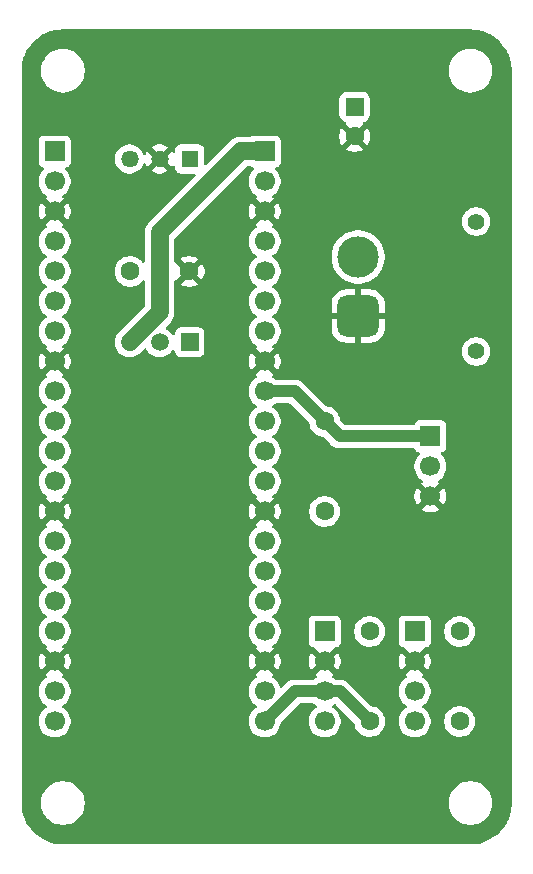
<source format=gbr>
%TF.GenerationSoftware,KiCad,Pcbnew,9.0.6*%
%TF.CreationDate,2025-12-26T01:32:08+09:00*%
%TF.ProjectId,PicomniRover,5069636f-6d6e-4695-926f-7665722e6b69,rev?*%
%TF.SameCoordinates,Original*%
%TF.FileFunction,Copper,L1,Top*%
%TF.FilePolarity,Positive*%
%FSLAX46Y46*%
G04 Gerber Fmt 4.6, Leading zero omitted, Abs format (unit mm)*
G04 Created by KiCad (PCBNEW 9.0.6) date 2025-12-26 01:32:08*
%MOMM*%
%LPD*%
G01*
G04 APERTURE LIST*
G04 Aperture macros list*
%AMRoundRect*
0 Rectangle with rounded corners*
0 $1 Rounding radius*
0 $2 $3 $4 $5 $6 $7 $8 $9 X,Y pos of 4 corners*
0 Add a 4 corners polygon primitive as box body*
4,1,4,$2,$3,$4,$5,$6,$7,$8,$9,$2,$3,0*
0 Add four circle primitives for the rounded corners*
1,1,$1+$1,$2,$3*
1,1,$1+$1,$4,$5*
1,1,$1+$1,$6,$7*
1,1,$1+$1,$8,$9*
0 Add four rect primitives between the rounded corners*
20,1,$1+$1,$2,$3,$4,$5,0*
20,1,$1+$1,$4,$5,$6,$7,0*
20,1,$1+$1,$6,$7,$8,$9,0*
20,1,$1+$1,$8,$9,$2,$3,0*%
G04 Aperture macros list end*
%TA.AperFunction,ComponentPad*%
%ADD10R,1.700000X1.700000*%
%TD*%
%TA.AperFunction,ComponentPad*%
%ADD11C,1.700000*%
%TD*%
%TA.AperFunction,ComponentPad*%
%ADD12R,1.500000X1.500000*%
%TD*%
%TA.AperFunction,ComponentPad*%
%ADD13C,1.500000*%
%TD*%
%TA.AperFunction,ComponentPad*%
%ADD14C,1.600000*%
%TD*%
%TA.AperFunction,ComponentPad*%
%ADD15R,1.462000X1.462000*%
%TD*%
%TA.AperFunction,ComponentPad*%
%ADD16C,1.462000*%
%TD*%
%TA.AperFunction,ComponentPad*%
%ADD17RoundRect,0.250000X-0.550000X0.550000X-0.550000X-0.550000X0.550000X-0.550000X0.550000X0.550000X0*%
%TD*%
%TA.AperFunction,ComponentPad*%
%ADD18C,1.400000*%
%TD*%
%TA.AperFunction,ComponentPad*%
%ADD19RoundRect,0.770000X-0.980000X0.980000X-0.980000X-0.980000X0.980000X-0.980000X0.980000X0.980000X0*%
%TD*%
%TA.AperFunction,ComponentPad*%
%ADD20C,3.500000*%
%TD*%
%TA.AperFunction,ViaPad*%
%ADD21C,0.600000*%
%TD*%
%TA.AperFunction,Conductor*%
%ADD22C,1.000000*%
%TD*%
%TA.AperFunction,Conductor*%
%ADD23C,1.500000*%
%TD*%
G04 APERTURE END LIST*
D10*
%TO.P,J5,1,Pin_1*%
%TO.N,/GP27*%
X82615000Y-77460000D03*
D11*
%TO.P,J5,2,Pin_2*%
%TO.N,+BATT*%
X82615000Y-80000000D03*
%TO.P,J5,3,Pin_3*%
%TO.N,GND*%
X82615000Y-82540000D03*
%TD*%
D10*
%TO.P,J4,1,Pin_1*%
%TO.N,unconnected-(J4-Pin_1-Pad1)*%
X81280000Y-93980000D03*
D11*
%TO.P,J4,2,Pin_2*%
%TO.N,GND*%
X81280000Y-96520000D03*
%TO.P,J4,3,Pin_3*%
%TO.N,unconnected-(J4-Pin_3-Pad3)*%
X81280000Y-99060000D03*
%TO.P,J4,4,Pin_4*%
%TO.N,unconnected-(J4-Pin_4-Pad4)*%
X81280000Y-101600000D03*
%TD*%
D12*
%TO.P,Q1,1,S*%
%TO.N,/VSYS*%
X62230000Y-69490000D03*
D13*
%TO.P,Q1,2,D*%
%TO.N,+3.3V*%
X59690000Y-69490000D03*
%TO.P,Q1,3,G*%
%TO.N,/VBUS*%
X57150000Y-69490000D03*
%TD*%
D14*
%TO.P,R1,1*%
%TO.N,/SDA*%
X77470000Y-101600000D03*
%TO.P,R1,2*%
%TO.N,+3V3*%
X77470000Y-93980000D03*
%TD*%
%TO.P,R3,1*%
%TO.N,+3V3*%
X73660000Y-83820000D03*
%TO.P,R3,2*%
%TO.N,/GP27*%
X73660000Y-76200000D03*
%TD*%
D10*
%TO.P,J1,1,Pin_1*%
%TO.N,unconnected-(J1-Pin_1-Pad1)*%
X50800000Y-53340000D03*
D11*
%TO.P,J1,2,Pin_2*%
%TO.N,unconnected-(J1-Pin_2-Pad2)*%
X50800000Y-55880000D03*
%TO.P,J1,3,Pin_3*%
%TO.N,GND*%
X50800000Y-58420000D03*
%TO.P,J1,4,Pin_4*%
%TO.N,unconnected-(J1-Pin_4-Pad4)*%
X50800000Y-60960000D03*
%TO.P,J1,5,Pin_5*%
%TO.N,unconnected-(J1-Pin_5-Pad5)*%
X50800000Y-63500000D03*
%TO.P,J1,6,Pin_6*%
%TO.N,unconnected-(J1-Pin_6-Pad6)*%
X50800000Y-66040000D03*
%TO.P,J1,7,Pin_7*%
%TO.N,unconnected-(J1-Pin_7-Pad7)*%
X50800000Y-68580000D03*
%TO.P,J1,8,Pin_8*%
%TO.N,GND*%
X50800000Y-71120000D03*
%TO.P,J1,9,Pin_9*%
%TO.N,unconnected-(J1-Pin_9-Pad9)*%
X50800000Y-73660000D03*
%TO.P,J1,10,Pin_10*%
%TO.N,unconnected-(J1-Pin_10-Pad10)*%
X50800000Y-76200000D03*
%TO.P,J1,11,Pin_11*%
%TO.N,unconnected-(J1-Pin_11-Pad11)*%
X50800000Y-78740000D03*
%TO.P,J1,12,Pin_12*%
%TO.N,unconnected-(J1-Pin_12-Pad12)*%
X50800000Y-81280000D03*
%TO.P,J1,13,Pin_13*%
%TO.N,GND*%
X50800000Y-83820000D03*
%TO.P,J1,14,Pin_14*%
%TO.N,unconnected-(J1-Pin_14-Pad14)*%
X50800000Y-86360000D03*
%TO.P,J1,15,Pin_15*%
%TO.N,unconnected-(J1-Pin_15-Pad15)*%
X50800000Y-88900000D03*
%TO.P,J1,16,Pin_16*%
%TO.N,unconnected-(J1-Pin_16-Pad16)*%
X50800000Y-91440000D03*
%TO.P,J1,17,Pin_17*%
%TO.N,unconnected-(J1-Pin_17-Pad17)*%
X50800000Y-93980000D03*
%TO.P,J1,18,Pin_18*%
%TO.N,GND*%
X50800000Y-96520000D03*
%TO.P,J1,19,Pin_19*%
%TO.N,unconnected-(J1-Pin_19-Pad19)*%
X50800000Y-99060000D03*
%TO.P,J1,20,Pin_20*%
%TO.N,unconnected-(J1-Pin_20-Pad20)*%
X50800000Y-101600000D03*
%TD*%
D10*
%TO.P,J3,1,Pin_1*%
%TO.N,+3V3*%
X73660000Y-93980000D03*
D11*
%TO.P,J3,2,Pin_2*%
%TO.N,GND*%
X73660000Y-96520000D03*
%TO.P,J3,3,Pin_3*%
%TO.N,/SDA*%
X73660000Y-99060000D03*
%TO.P,J3,4,Pin_4*%
%TO.N,/SCL*%
X73660000Y-101600000D03*
%TD*%
D15*
%TO.P,PS1,1,+VIN*%
%TO.N,+BATT*%
X62230000Y-53975000D03*
D16*
%TO.P,PS1,2,GND*%
%TO.N,GND*%
X59690000Y-53975000D03*
%TO.P,PS1,3,+VOUT*%
%TO.N,+3.3V*%
X57150000Y-53975000D03*
%TD*%
D14*
%TO.P,C1,1*%
%TO.N,+3.3V*%
X57190000Y-63500000D03*
%TO.P,C1,2*%
%TO.N,GND*%
X62190000Y-63500000D03*
%TD*%
D10*
%TO.P,J2,1,Pin_1*%
%TO.N,/VBUS*%
X68580000Y-53340000D03*
D11*
%TO.P,J2,2,Pin_2*%
%TO.N,/VSYS*%
X68580000Y-55880000D03*
%TO.P,J2,3,Pin_3*%
%TO.N,GND*%
X68580000Y-58420000D03*
%TO.P,J2,4,Pin_4*%
%TO.N,unconnected-(J2-Pin_4-Pad4)*%
X68580000Y-60960000D03*
%TO.P,J2,5,Pin_5*%
%TO.N,+3V3*%
X68580000Y-63500000D03*
%TO.P,J2,6,Pin_6*%
%TO.N,unconnected-(J2-Pin_6-Pad6)*%
X68580000Y-66040000D03*
%TO.P,J2,7,Pin_7*%
%TO.N,unconnected-(J2-Pin_7-Pad7)*%
X68580000Y-68580000D03*
%TO.P,J2,8,Pin_8*%
%TO.N,GND*%
X68580000Y-71120000D03*
%TO.P,J2,9,Pin_9*%
%TO.N,/GP27*%
X68580000Y-73660000D03*
%TO.P,J2,10,Pin_10*%
%TO.N,unconnected-(J2-Pin_10-Pad10)*%
X68580000Y-76200000D03*
%TO.P,J2,11,Pin_11*%
%TO.N,unconnected-(J2-Pin_11-Pad11)*%
X68580000Y-78740000D03*
%TO.P,J2,12,Pin_12*%
%TO.N,unconnected-(J2-Pin_12-Pad12)*%
X68580000Y-81280000D03*
%TO.P,J2,13,Pin_13*%
%TO.N,GND*%
X68580000Y-83820000D03*
%TO.P,J2,14,Pin_14*%
%TO.N,unconnected-(J2-Pin_14-Pad14)*%
X68580000Y-86360000D03*
%TO.P,J2,15,Pin_15*%
%TO.N,unconnected-(J2-Pin_15-Pad15)*%
X68580000Y-88900000D03*
%TO.P,J2,16,Pin_16*%
%TO.N,unconnected-(J2-Pin_16-Pad16)*%
X68580000Y-91440000D03*
%TO.P,J2,17,Pin_17*%
%TO.N,unconnected-(J2-Pin_17-Pad17)*%
X68580000Y-93980000D03*
%TO.P,J2,18,Pin_18*%
%TO.N,GND*%
X68580000Y-96520000D03*
%TO.P,J2,19,Pin_19*%
%TO.N,/SCL*%
X68580000Y-99060000D03*
%TO.P,J2,20,Pin_20*%
%TO.N,/SDA*%
X68580000Y-101600000D03*
%TD*%
D17*
%TO.P,C2,1*%
%TO.N,+BATT*%
X76200000Y-49570000D03*
D14*
%TO.P,C2,2*%
%TO.N,GND*%
X76200000Y-52070000D03*
%TD*%
%TO.P,R2,1*%
%TO.N,/SCL*%
X85090000Y-101600000D03*
%TO.P,R2,2*%
%TO.N,+3V3*%
X85090000Y-93980000D03*
%TD*%
D18*
%TO.P,J6,*%
%TO.N,*%
X86500000Y-59270000D03*
X86500000Y-70270000D03*
D19*
%TO.P,J6,1,Pin_1*%
%TO.N,GND*%
X76500000Y-67270000D03*
D20*
%TO.P,J6,2,Pin_2*%
%TO.N,+BATT*%
X76500000Y-62270000D03*
%TD*%
D21*
%TO.N,GND*%
X66040000Y-91440000D03*
X76200000Y-55880000D03*
X66040000Y-45720000D03*
X60960000Y-86360000D03*
X55880000Y-45720000D03*
X60960000Y-101600000D03*
X76200000Y-91440000D03*
X81280000Y-106680000D03*
X76200000Y-106680000D03*
X81280000Y-86360000D03*
X60960000Y-76200000D03*
X60960000Y-45720000D03*
X76200000Y-81280000D03*
X71120000Y-55880000D03*
X60960000Y-81280000D03*
X66040000Y-81280000D03*
X86360000Y-55880000D03*
X60960000Y-91440000D03*
X86360000Y-50800000D03*
X86360000Y-86360000D03*
X66040000Y-76200000D03*
X55880000Y-91440000D03*
X71120000Y-106680000D03*
X55880000Y-96520000D03*
X76200000Y-45720000D03*
X66040000Y-96520000D03*
X86360000Y-91440000D03*
X66040000Y-106680000D03*
X76200000Y-86360000D03*
X55880000Y-101600000D03*
X55880000Y-106680000D03*
X55880000Y-86360000D03*
X71120000Y-45720000D03*
X60960000Y-96520000D03*
X66040000Y-101600000D03*
X55880000Y-81280000D03*
X55880000Y-76200000D03*
X66040000Y-86360000D03*
X81280000Y-45720000D03*
X60960000Y-106680000D03*
%TD*%
D22*
%TO.N,/GP27*%
X82615000Y-77460000D02*
X74920000Y-77460000D01*
X68580000Y-73660000D02*
X71120000Y-73660000D01*
X74920000Y-77460000D02*
X73660000Y-76200000D01*
X71120000Y-73660000D02*
X73660000Y-76200000D01*
%TO.N,/SDA*%
X74930000Y-99060000D02*
X77470000Y-101600000D01*
X73660000Y-99060000D02*
X74930000Y-99060000D01*
X71120000Y-99060000D02*
X73660000Y-99060000D01*
X68580000Y-101600000D02*
X71120000Y-99060000D01*
D23*
%TO.N,/VBUS*%
X68580000Y-53340000D02*
X66548000Y-53340000D01*
X59690000Y-66950000D02*
X57150000Y-69490000D01*
X59690000Y-60198000D02*
X59690000Y-66950000D01*
X66548000Y-53340000D02*
X59690000Y-60198000D01*
%TD*%
%TA.AperFunction,Conductor*%
%TO.N,GND*%
G36*
X86003032Y-43000648D02*
G01*
X86336929Y-43017052D01*
X86349037Y-43018245D01*
X86452146Y-43033539D01*
X86676699Y-43066849D01*
X86688617Y-43069219D01*
X87009951Y-43149709D01*
X87021588Y-43153240D01*
X87092806Y-43178722D01*
X87333467Y-43264832D01*
X87344688Y-43269479D01*
X87644163Y-43411120D01*
X87654871Y-43416844D01*
X87938988Y-43587137D01*
X87949106Y-43593897D01*
X88215170Y-43791224D01*
X88224576Y-43798944D01*
X88470013Y-44021395D01*
X88478604Y-44029986D01*
X88665755Y-44236475D01*
X88701055Y-44275423D01*
X88708775Y-44284829D01*
X88906102Y-44550893D01*
X88912862Y-44561011D01*
X89078149Y-44836777D01*
X89083148Y-44845116D01*
X89088883Y-44855844D01*
X89137229Y-44958064D01*
X89230514Y-45155297D01*
X89235170Y-45166540D01*
X89346759Y-45478411D01*
X89350292Y-45490055D01*
X89430777Y-45811369D01*
X89433151Y-45823305D01*
X89481754Y-46150962D01*
X89482947Y-46163071D01*
X89499351Y-46496966D01*
X89499500Y-46503051D01*
X89499500Y-108496948D01*
X89499351Y-108503033D01*
X89482947Y-108836928D01*
X89481754Y-108849037D01*
X89433151Y-109176694D01*
X89430777Y-109188630D01*
X89350292Y-109509944D01*
X89346759Y-109521588D01*
X89235170Y-109833459D01*
X89230514Y-109844702D01*
X89088885Y-110144151D01*
X89083148Y-110154883D01*
X88912862Y-110438988D01*
X88906102Y-110449106D01*
X88708775Y-110715170D01*
X88701055Y-110724576D01*
X88478611Y-110970006D01*
X88470006Y-110978611D01*
X88224576Y-111201055D01*
X88215170Y-111208775D01*
X87949106Y-111406102D01*
X87938988Y-111412862D01*
X87654883Y-111583148D01*
X87644151Y-111588885D01*
X87344702Y-111730514D01*
X87333459Y-111735170D01*
X87021588Y-111846759D01*
X87009944Y-111850292D01*
X86688630Y-111930777D01*
X86676694Y-111933151D01*
X86349037Y-111981754D01*
X86336928Y-111982947D01*
X86021989Y-111998419D01*
X86003031Y-111999351D01*
X85996949Y-111999500D01*
X51503051Y-111999500D01*
X51496968Y-111999351D01*
X51476900Y-111998365D01*
X51163071Y-111982947D01*
X51150962Y-111981754D01*
X50823305Y-111933151D01*
X50811369Y-111930777D01*
X50490055Y-111850292D01*
X50478411Y-111846759D01*
X50166540Y-111735170D01*
X50155301Y-111730515D01*
X49855844Y-111588883D01*
X49845121Y-111583150D01*
X49561011Y-111412862D01*
X49550893Y-111406102D01*
X49284829Y-111208775D01*
X49275423Y-111201055D01*
X49236475Y-111165755D01*
X49029986Y-110978604D01*
X49021395Y-110970013D01*
X48798944Y-110724576D01*
X48791224Y-110715170D01*
X48593897Y-110449106D01*
X48587137Y-110438988D01*
X48416844Y-110154871D01*
X48411120Y-110144163D01*
X48269479Y-109844688D01*
X48264829Y-109833459D01*
X48225212Y-109722738D01*
X48192902Y-109632438D01*
X48153240Y-109521588D01*
X48149707Y-109509944D01*
X48140958Y-109475015D01*
X48069219Y-109188617D01*
X48066848Y-109176694D01*
X48018245Y-108849037D01*
X48017052Y-108836927D01*
X48000649Y-108503032D01*
X48000500Y-108496948D01*
X48000500Y-108378711D01*
X49649500Y-108378711D01*
X49649500Y-108621288D01*
X49681161Y-108861785D01*
X49743947Y-109096104D01*
X49782273Y-109188630D01*
X49836776Y-109320212D01*
X49958064Y-109530289D01*
X49958066Y-109530292D01*
X49958067Y-109530293D01*
X50105733Y-109722736D01*
X50105739Y-109722743D01*
X50277256Y-109894260D01*
X50277262Y-109894265D01*
X50469711Y-110041936D01*
X50679788Y-110163224D01*
X50903900Y-110256054D01*
X51138211Y-110318838D01*
X51318586Y-110342584D01*
X51378711Y-110350500D01*
X51378712Y-110350500D01*
X51621289Y-110350500D01*
X51669388Y-110344167D01*
X51861789Y-110318838D01*
X52096100Y-110256054D01*
X52320212Y-110163224D01*
X52530289Y-110041936D01*
X52722738Y-109894265D01*
X52894265Y-109722738D01*
X53041936Y-109530289D01*
X53163224Y-109320212D01*
X53256054Y-109096100D01*
X53318838Y-108861789D01*
X53350500Y-108621288D01*
X53350500Y-108378712D01*
X53350500Y-108378711D01*
X84149500Y-108378711D01*
X84149500Y-108621288D01*
X84181161Y-108861785D01*
X84243947Y-109096104D01*
X84282273Y-109188630D01*
X84336776Y-109320212D01*
X84458064Y-109530289D01*
X84458066Y-109530292D01*
X84458067Y-109530293D01*
X84605733Y-109722736D01*
X84605739Y-109722743D01*
X84777256Y-109894260D01*
X84777262Y-109894265D01*
X84969711Y-110041936D01*
X85179788Y-110163224D01*
X85403900Y-110256054D01*
X85638211Y-110318838D01*
X85818586Y-110342584D01*
X85878711Y-110350500D01*
X85878712Y-110350500D01*
X86121289Y-110350500D01*
X86169388Y-110344167D01*
X86361789Y-110318838D01*
X86596100Y-110256054D01*
X86820212Y-110163224D01*
X87030289Y-110041936D01*
X87222738Y-109894265D01*
X87394265Y-109722738D01*
X87541936Y-109530289D01*
X87663224Y-109320212D01*
X87756054Y-109096100D01*
X87818838Y-108861789D01*
X87850500Y-108621288D01*
X87850500Y-108378712D01*
X87818838Y-108138211D01*
X87756054Y-107903900D01*
X87663224Y-107679788D01*
X87541936Y-107469711D01*
X87394265Y-107277262D01*
X87394260Y-107277256D01*
X87222743Y-107105739D01*
X87222736Y-107105733D01*
X87030293Y-106958067D01*
X87030292Y-106958066D01*
X87030289Y-106958064D01*
X86820212Y-106836776D01*
X86820205Y-106836773D01*
X86596104Y-106743947D01*
X86361785Y-106681161D01*
X86121289Y-106649500D01*
X86121288Y-106649500D01*
X85878712Y-106649500D01*
X85878711Y-106649500D01*
X85638214Y-106681161D01*
X85403895Y-106743947D01*
X85179794Y-106836773D01*
X85179785Y-106836777D01*
X84969706Y-106958067D01*
X84777263Y-107105733D01*
X84777256Y-107105739D01*
X84605739Y-107277256D01*
X84605733Y-107277263D01*
X84458067Y-107469706D01*
X84336777Y-107679785D01*
X84336773Y-107679794D01*
X84243947Y-107903895D01*
X84181161Y-108138214D01*
X84149500Y-108378711D01*
X53350500Y-108378711D01*
X53318838Y-108138211D01*
X53256054Y-107903900D01*
X53163224Y-107679788D01*
X53041936Y-107469711D01*
X52894265Y-107277262D01*
X52894260Y-107277256D01*
X52722743Y-107105739D01*
X52722736Y-107105733D01*
X52530293Y-106958067D01*
X52530292Y-106958066D01*
X52530289Y-106958064D01*
X52320212Y-106836776D01*
X52320205Y-106836773D01*
X52096104Y-106743947D01*
X51861785Y-106681161D01*
X51621289Y-106649500D01*
X51621288Y-106649500D01*
X51378712Y-106649500D01*
X51378711Y-106649500D01*
X51138214Y-106681161D01*
X50903895Y-106743947D01*
X50679794Y-106836773D01*
X50679785Y-106836777D01*
X50469706Y-106958067D01*
X50277263Y-107105733D01*
X50277256Y-107105739D01*
X50105739Y-107277256D01*
X50105733Y-107277263D01*
X49958067Y-107469706D01*
X49836777Y-107679785D01*
X49836773Y-107679794D01*
X49743947Y-107903895D01*
X49681161Y-108138214D01*
X49649500Y-108378711D01*
X48000500Y-108378711D01*
X48000500Y-52442135D01*
X49449500Y-52442135D01*
X49449500Y-54237870D01*
X49449501Y-54237876D01*
X49455908Y-54297483D01*
X49506202Y-54432328D01*
X49506206Y-54432335D01*
X49592452Y-54547544D01*
X49592455Y-54547547D01*
X49707664Y-54633793D01*
X49707671Y-54633797D01*
X49839082Y-54682810D01*
X49895016Y-54724681D01*
X49919433Y-54790145D01*
X49904582Y-54858418D01*
X49883431Y-54886673D01*
X49769889Y-55000215D01*
X49644951Y-55172179D01*
X49548444Y-55361585D01*
X49482753Y-55563760D01*
X49449500Y-55773713D01*
X49449500Y-55986286D01*
X49482753Y-56196239D01*
X49548444Y-56398414D01*
X49644951Y-56587820D01*
X49769890Y-56759786D01*
X49920213Y-56910109D01*
X50092179Y-57035048D01*
X50092181Y-57035049D01*
X50092184Y-57035051D01*
X50101493Y-57039794D01*
X50152290Y-57087766D01*
X50169087Y-57155587D01*
X50146552Y-57221722D01*
X50101505Y-57260760D01*
X50092446Y-57265376D01*
X50092440Y-57265380D01*
X50038282Y-57304727D01*
X50038282Y-57304728D01*
X50670591Y-57937037D01*
X50607007Y-57954075D01*
X50492993Y-58019901D01*
X50399901Y-58112993D01*
X50334075Y-58227007D01*
X50317037Y-58290591D01*
X49684728Y-57658282D01*
X49684727Y-57658282D01*
X49645380Y-57712439D01*
X49548904Y-57901782D01*
X49483242Y-58103869D01*
X49483242Y-58103872D01*
X49450000Y-58313753D01*
X49450000Y-58526246D01*
X49483242Y-58736127D01*
X49483242Y-58736130D01*
X49548904Y-58938217D01*
X49645375Y-59127550D01*
X49684728Y-59181716D01*
X50317037Y-58549408D01*
X50334075Y-58612993D01*
X50399901Y-58727007D01*
X50492993Y-58820099D01*
X50607007Y-58885925D01*
X50670590Y-58902962D01*
X50038282Y-59535269D01*
X50038282Y-59535270D01*
X50092452Y-59574626D01*
X50092451Y-59574626D01*
X50101495Y-59579234D01*
X50152292Y-59627208D01*
X50169087Y-59695029D01*
X50146550Y-59761164D01*
X50101499Y-59800202D01*
X50092182Y-59804949D01*
X49920213Y-59929890D01*
X49769890Y-60080213D01*
X49644951Y-60252179D01*
X49548444Y-60441585D01*
X49482753Y-60643760D01*
X49449500Y-60853713D01*
X49449500Y-61066286D01*
X49482753Y-61276239D01*
X49548444Y-61478414D01*
X49644951Y-61667820D01*
X49769890Y-61839786D01*
X49920213Y-61990109D01*
X50092182Y-62115050D01*
X50100946Y-62119516D01*
X50151742Y-62167491D01*
X50168536Y-62235312D01*
X50145998Y-62301447D01*
X50100946Y-62340484D01*
X50092182Y-62344949D01*
X49920213Y-62469890D01*
X49769890Y-62620213D01*
X49644951Y-62792179D01*
X49548444Y-62981585D01*
X49482753Y-63183760D01*
X49457119Y-63345606D01*
X49449500Y-63393713D01*
X49449500Y-63606287D01*
X49482754Y-63816243D01*
X49531298Y-63965646D01*
X49548444Y-64018414D01*
X49644951Y-64207820D01*
X49769890Y-64379786D01*
X49920213Y-64530109D01*
X50092182Y-64655050D01*
X50100946Y-64659516D01*
X50151742Y-64707491D01*
X50168536Y-64775312D01*
X50145998Y-64841447D01*
X50100946Y-64880484D01*
X50092182Y-64884949D01*
X49920213Y-65009890D01*
X49769890Y-65160213D01*
X49644951Y-65332179D01*
X49548444Y-65521585D01*
X49482753Y-65723760D01*
X49449500Y-65933713D01*
X49449500Y-66146286D01*
X49477013Y-66320000D01*
X49482754Y-66356243D01*
X49539889Y-66532087D01*
X49548444Y-66558414D01*
X49644951Y-66747820D01*
X49769890Y-66919786D01*
X49920213Y-67070109D01*
X50092182Y-67195050D01*
X50100946Y-67199516D01*
X50151742Y-67247491D01*
X50168536Y-67315312D01*
X50145998Y-67381447D01*
X50100946Y-67420484D01*
X50092182Y-67424949D01*
X49920213Y-67549890D01*
X49769890Y-67700213D01*
X49644951Y-67872179D01*
X49548444Y-68061585D01*
X49482753Y-68263760D01*
X49449500Y-68473713D01*
X49449500Y-68686286D01*
X49482753Y-68896239D01*
X49548444Y-69098414D01*
X49644951Y-69287820D01*
X49769890Y-69459786D01*
X49920213Y-69610109D01*
X50092179Y-69735048D01*
X50092181Y-69735049D01*
X50092184Y-69735051D01*
X50101493Y-69739794D01*
X50152290Y-69787766D01*
X50169087Y-69855587D01*
X50146552Y-69921722D01*
X50101505Y-69960760D01*
X50092446Y-69965376D01*
X50092440Y-69965380D01*
X50038282Y-70004727D01*
X50038282Y-70004728D01*
X50670591Y-70637037D01*
X50607007Y-70654075D01*
X50492993Y-70719901D01*
X50399901Y-70812993D01*
X50334075Y-70927007D01*
X50317037Y-70990591D01*
X49684728Y-70358282D01*
X49684727Y-70358282D01*
X49645380Y-70412439D01*
X49548904Y-70601782D01*
X49483242Y-70803869D01*
X49483242Y-70803872D01*
X49450000Y-71013753D01*
X49450000Y-71226246D01*
X49483242Y-71436127D01*
X49483242Y-71436130D01*
X49548904Y-71638217D01*
X49645375Y-71827550D01*
X49684728Y-71881716D01*
X50317037Y-71249408D01*
X50334075Y-71312993D01*
X50399901Y-71427007D01*
X50492993Y-71520099D01*
X50607007Y-71585925D01*
X50670590Y-71602962D01*
X50038282Y-72235269D01*
X50038282Y-72235270D01*
X50092452Y-72274626D01*
X50092451Y-72274626D01*
X50101495Y-72279234D01*
X50152292Y-72327208D01*
X50169087Y-72395029D01*
X50146550Y-72461164D01*
X50101499Y-72500202D01*
X50092182Y-72504949D01*
X49920213Y-72629890D01*
X49769890Y-72780213D01*
X49644951Y-72952179D01*
X49548444Y-73141585D01*
X49482753Y-73343760D01*
X49449500Y-73553713D01*
X49449500Y-73766286D01*
X49482753Y-73976239D01*
X49548444Y-74178414D01*
X49644951Y-74367820D01*
X49769890Y-74539786D01*
X49920213Y-74690109D01*
X50092182Y-74815050D01*
X50100946Y-74819516D01*
X50151742Y-74867491D01*
X50168536Y-74935312D01*
X50145998Y-75001447D01*
X50100946Y-75040484D01*
X50092182Y-75044949D01*
X49920213Y-75169890D01*
X49769890Y-75320213D01*
X49644951Y-75492179D01*
X49548444Y-75681585D01*
X49482753Y-75883760D01*
X49480899Y-75895466D01*
X49449500Y-76093713D01*
X49449500Y-76306287D01*
X49459221Y-76367664D01*
X49473716Y-76459184D01*
X49482754Y-76516243D01*
X49542207Y-76699221D01*
X49548444Y-76718414D01*
X49644951Y-76907820D01*
X49769890Y-77079786D01*
X49920213Y-77230109D01*
X50092182Y-77355050D01*
X50100946Y-77359516D01*
X50151742Y-77407491D01*
X50168536Y-77475312D01*
X50145998Y-77541447D01*
X50100946Y-77580484D01*
X50092182Y-77584949D01*
X49920213Y-77709890D01*
X49769890Y-77860213D01*
X49644951Y-78032179D01*
X49548444Y-78221585D01*
X49482753Y-78423760D01*
X49449500Y-78633713D01*
X49449500Y-78846286D01*
X49470427Y-78978418D01*
X49482754Y-79056243D01*
X49503539Y-79120213D01*
X49548444Y-79258414D01*
X49644951Y-79447820D01*
X49769890Y-79619786D01*
X49920213Y-79770109D01*
X50092182Y-79895050D01*
X50100946Y-79899516D01*
X50151742Y-79947491D01*
X50168536Y-80015312D01*
X50145998Y-80081447D01*
X50100946Y-80120484D01*
X50092182Y-80124949D01*
X49920213Y-80249890D01*
X49769890Y-80400213D01*
X49644951Y-80572179D01*
X49548444Y-80761585D01*
X49482753Y-80963760D01*
X49452456Y-81155048D01*
X49449500Y-81173713D01*
X49449500Y-81386287D01*
X49482754Y-81596243D01*
X49541902Y-81778282D01*
X49548444Y-81798414D01*
X49644951Y-81987820D01*
X49769890Y-82159786D01*
X49920213Y-82310109D01*
X50092179Y-82435048D01*
X50092181Y-82435049D01*
X50092184Y-82435051D01*
X50101493Y-82439794D01*
X50152290Y-82487766D01*
X50169087Y-82555587D01*
X50146552Y-82621722D01*
X50101505Y-82660760D01*
X50092446Y-82665376D01*
X50092440Y-82665380D01*
X50038282Y-82704727D01*
X50038282Y-82704728D01*
X50670591Y-83337037D01*
X50607007Y-83354075D01*
X50492993Y-83419901D01*
X50399901Y-83512993D01*
X50334075Y-83627007D01*
X50317037Y-83690591D01*
X49684728Y-83058282D01*
X49684727Y-83058282D01*
X49645380Y-83112439D01*
X49548904Y-83301782D01*
X49483242Y-83503869D01*
X49483242Y-83503872D01*
X49450000Y-83713753D01*
X49450000Y-83926246D01*
X49483242Y-84136127D01*
X49483242Y-84136130D01*
X49548904Y-84338217D01*
X49645375Y-84527550D01*
X49684728Y-84581716D01*
X50317037Y-83949408D01*
X50334075Y-84012993D01*
X50399901Y-84127007D01*
X50492993Y-84220099D01*
X50607007Y-84285925D01*
X50670590Y-84302962D01*
X50038282Y-84935269D01*
X50038282Y-84935270D01*
X50092452Y-84974626D01*
X50092451Y-84974626D01*
X50101495Y-84979234D01*
X50152292Y-85027208D01*
X50169087Y-85095029D01*
X50146550Y-85161164D01*
X50101499Y-85200202D01*
X50092182Y-85204949D01*
X49920213Y-85329890D01*
X49769890Y-85480213D01*
X49644951Y-85652179D01*
X49548444Y-85841585D01*
X49482753Y-86043760D01*
X49449500Y-86253713D01*
X49449500Y-86466286D01*
X49482753Y-86676239D01*
X49548444Y-86878414D01*
X49644951Y-87067820D01*
X49769890Y-87239786D01*
X49920213Y-87390109D01*
X50092182Y-87515050D01*
X50100946Y-87519516D01*
X50151742Y-87567491D01*
X50168536Y-87635312D01*
X50145998Y-87701447D01*
X50100946Y-87740484D01*
X50092182Y-87744949D01*
X49920213Y-87869890D01*
X49769890Y-88020213D01*
X49644951Y-88192179D01*
X49548444Y-88381585D01*
X49482753Y-88583760D01*
X49449500Y-88793713D01*
X49449500Y-89006286D01*
X49482753Y-89216239D01*
X49548444Y-89418414D01*
X49644951Y-89607820D01*
X49769890Y-89779786D01*
X49920213Y-89930109D01*
X50092182Y-90055050D01*
X50100946Y-90059516D01*
X50151742Y-90107491D01*
X50168536Y-90175312D01*
X50145998Y-90241447D01*
X50100946Y-90280484D01*
X50092182Y-90284949D01*
X49920213Y-90409890D01*
X49769890Y-90560213D01*
X49644951Y-90732179D01*
X49548444Y-90921585D01*
X49482753Y-91123760D01*
X49449500Y-91333713D01*
X49449500Y-91546286D01*
X49482753Y-91756239D01*
X49548444Y-91958414D01*
X49644951Y-92147820D01*
X49769890Y-92319786D01*
X49920213Y-92470109D01*
X50092182Y-92595050D01*
X50100946Y-92599516D01*
X50151742Y-92647491D01*
X50168536Y-92715312D01*
X50145998Y-92781447D01*
X50100946Y-92820484D01*
X50092182Y-92824949D01*
X49920213Y-92949890D01*
X49769890Y-93100213D01*
X49644951Y-93272179D01*
X49548444Y-93461585D01*
X49482753Y-93663760D01*
X49449500Y-93873713D01*
X49449500Y-94086286D01*
X49482753Y-94296239D01*
X49548444Y-94498414D01*
X49644951Y-94687820D01*
X49769890Y-94859786D01*
X49920213Y-95010109D01*
X50092179Y-95135048D01*
X50092181Y-95135049D01*
X50092184Y-95135051D01*
X50101493Y-95139794D01*
X50152290Y-95187766D01*
X50169087Y-95255587D01*
X50146552Y-95321722D01*
X50101505Y-95360760D01*
X50092446Y-95365376D01*
X50092440Y-95365380D01*
X50038282Y-95404727D01*
X50038282Y-95404728D01*
X50670591Y-96037037D01*
X50607007Y-96054075D01*
X50492993Y-96119901D01*
X50399901Y-96212993D01*
X50334075Y-96327007D01*
X50317037Y-96390591D01*
X49684728Y-95758282D01*
X49684727Y-95758282D01*
X49645380Y-95812439D01*
X49548904Y-96001782D01*
X49483242Y-96203869D01*
X49483242Y-96203872D01*
X49450000Y-96413753D01*
X49450000Y-96626246D01*
X49483242Y-96836127D01*
X49483242Y-96836130D01*
X49548904Y-97038217D01*
X49645375Y-97227550D01*
X49684728Y-97281716D01*
X50317037Y-96649408D01*
X50334075Y-96712993D01*
X50399901Y-96827007D01*
X50492993Y-96920099D01*
X50607007Y-96985925D01*
X50670590Y-97002962D01*
X50038282Y-97635269D01*
X50038282Y-97635270D01*
X50092452Y-97674626D01*
X50092451Y-97674626D01*
X50101495Y-97679234D01*
X50152292Y-97727208D01*
X50169087Y-97795029D01*
X50146550Y-97861164D01*
X50101499Y-97900202D01*
X50092182Y-97904949D01*
X49920213Y-98029890D01*
X49769890Y-98180213D01*
X49644951Y-98352179D01*
X49548444Y-98541585D01*
X49482753Y-98743760D01*
X49449500Y-98953713D01*
X49449500Y-99166286D01*
X49482753Y-99376239D01*
X49548444Y-99578414D01*
X49644951Y-99767820D01*
X49769890Y-99939786D01*
X49920213Y-100090109D01*
X50092182Y-100215050D01*
X50100946Y-100219516D01*
X50151742Y-100267491D01*
X50168536Y-100335312D01*
X50145998Y-100401447D01*
X50100946Y-100440484D01*
X50092182Y-100444949D01*
X49920213Y-100569890D01*
X49769890Y-100720213D01*
X49644951Y-100892179D01*
X49548444Y-101081585D01*
X49482753Y-101283760D01*
X49480899Y-101295466D01*
X49449500Y-101493713D01*
X49449500Y-101706287D01*
X49482754Y-101916243D01*
X49542207Y-102099221D01*
X49548444Y-102118414D01*
X49644951Y-102307820D01*
X49769890Y-102479786D01*
X49920213Y-102630109D01*
X50092179Y-102755048D01*
X50092181Y-102755049D01*
X50092184Y-102755051D01*
X50281588Y-102851557D01*
X50483757Y-102917246D01*
X50693713Y-102950500D01*
X50693714Y-102950500D01*
X50906286Y-102950500D01*
X50906287Y-102950500D01*
X51116243Y-102917246D01*
X51318412Y-102851557D01*
X51507816Y-102755051D01*
X51566680Y-102712284D01*
X51679786Y-102630109D01*
X51679788Y-102630106D01*
X51679792Y-102630104D01*
X51830104Y-102479792D01*
X51830106Y-102479788D01*
X51830109Y-102479786D01*
X51955048Y-102307820D01*
X51955047Y-102307820D01*
X51955051Y-102307816D01*
X52051557Y-102118412D01*
X52117246Y-101916243D01*
X52150500Y-101706287D01*
X52150500Y-101493713D01*
X52117246Y-101283757D01*
X52051557Y-101081588D01*
X51955051Y-100892184D01*
X51955049Y-100892181D01*
X51955048Y-100892179D01*
X51830109Y-100720213D01*
X51679786Y-100569890D01*
X51507820Y-100444951D01*
X51507115Y-100444591D01*
X51499054Y-100440485D01*
X51448259Y-100392512D01*
X51431463Y-100324692D01*
X51453999Y-100258556D01*
X51499054Y-100219515D01*
X51507816Y-100215051D01*
X51607771Y-100142430D01*
X51679786Y-100090109D01*
X51679788Y-100090106D01*
X51679792Y-100090104D01*
X51830104Y-99939792D01*
X51830106Y-99939788D01*
X51830109Y-99939786D01*
X51955048Y-99767820D01*
X51955047Y-99767820D01*
X51955051Y-99767816D01*
X52051557Y-99578412D01*
X52117246Y-99376243D01*
X52150500Y-99166287D01*
X52150500Y-98953713D01*
X52117246Y-98743757D01*
X52051557Y-98541588D01*
X51955051Y-98352184D01*
X51955049Y-98352181D01*
X51955048Y-98352179D01*
X51830109Y-98180213D01*
X51679786Y-98029890D01*
X51507817Y-97904949D01*
X51498504Y-97900204D01*
X51447707Y-97852230D01*
X51430912Y-97784409D01*
X51453449Y-97718274D01*
X51498507Y-97679232D01*
X51507555Y-97674622D01*
X51561716Y-97635270D01*
X51561717Y-97635270D01*
X50929408Y-97002962D01*
X50992993Y-96985925D01*
X51107007Y-96920099D01*
X51200099Y-96827007D01*
X51265925Y-96712993D01*
X51282962Y-96649408D01*
X51915270Y-97281717D01*
X51915270Y-97281716D01*
X51954622Y-97227554D01*
X52051095Y-97038217D01*
X52116757Y-96836130D01*
X52116757Y-96836127D01*
X52150000Y-96626246D01*
X52150000Y-96413753D01*
X52116757Y-96203872D01*
X52116757Y-96203869D01*
X52051095Y-96001782D01*
X51954624Y-95812449D01*
X51915270Y-95758282D01*
X51915269Y-95758282D01*
X51282962Y-96390590D01*
X51265925Y-96327007D01*
X51200099Y-96212993D01*
X51107007Y-96119901D01*
X50992993Y-96054075D01*
X50929409Y-96037037D01*
X51561716Y-95404728D01*
X51507547Y-95365373D01*
X51507547Y-95365372D01*
X51498500Y-95360763D01*
X51447706Y-95312788D01*
X51430912Y-95244966D01*
X51453451Y-95178832D01*
X51498508Y-95139793D01*
X51507816Y-95135051D01*
X51594147Y-95072328D01*
X51679786Y-95010109D01*
X51679788Y-95010106D01*
X51679792Y-95010104D01*
X51830104Y-94859792D01*
X51830106Y-94859788D01*
X51830109Y-94859786D01*
X51955048Y-94687820D01*
X51955047Y-94687820D01*
X51955051Y-94687816D01*
X52051557Y-94498412D01*
X52117246Y-94296243D01*
X52150500Y-94086287D01*
X52150500Y-93873713D01*
X52117246Y-93663757D01*
X52051557Y-93461588D01*
X51955051Y-93272184D01*
X51955049Y-93272181D01*
X51955048Y-93272179D01*
X51830109Y-93100213D01*
X51679786Y-92949890D01*
X51507820Y-92824951D01*
X51507115Y-92824591D01*
X51499054Y-92820485D01*
X51448259Y-92772512D01*
X51431463Y-92704692D01*
X51453999Y-92638556D01*
X51499054Y-92599515D01*
X51507816Y-92595051D01*
X51529789Y-92579086D01*
X51679786Y-92470109D01*
X51679788Y-92470106D01*
X51679792Y-92470104D01*
X51830104Y-92319792D01*
X51830106Y-92319788D01*
X51830109Y-92319786D01*
X51955048Y-92147820D01*
X51955047Y-92147820D01*
X51955051Y-92147816D01*
X52051557Y-91958412D01*
X52117246Y-91756243D01*
X52150500Y-91546287D01*
X52150500Y-91333713D01*
X52117246Y-91123757D01*
X52051557Y-90921588D01*
X51955051Y-90732184D01*
X51955049Y-90732181D01*
X51955048Y-90732179D01*
X51830109Y-90560213D01*
X51679786Y-90409890D01*
X51507820Y-90284951D01*
X51507115Y-90284591D01*
X51499054Y-90280485D01*
X51448259Y-90232512D01*
X51431463Y-90164692D01*
X51453999Y-90098556D01*
X51499054Y-90059515D01*
X51507816Y-90055051D01*
X51529789Y-90039086D01*
X51679786Y-89930109D01*
X51679788Y-89930106D01*
X51679792Y-89930104D01*
X51830104Y-89779792D01*
X51830106Y-89779788D01*
X51830109Y-89779786D01*
X51955048Y-89607820D01*
X51955047Y-89607820D01*
X51955051Y-89607816D01*
X52051557Y-89418412D01*
X52117246Y-89216243D01*
X52150500Y-89006287D01*
X52150500Y-88793713D01*
X52117246Y-88583757D01*
X52051557Y-88381588D01*
X51955051Y-88192184D01*
X51955049Y-88192181D01*
X51955048Y-88192179D01*
X51830109Y-88020213D01*
X51679786Y-87869890D01*
X51507820Y-87744951D01*
X51507115Y-87744591D01*
X51499054Y-87740485D01*
X51448259Y-87692512D01*
X51431463Y-87624692D01*
X51453999Y-87558556D01*
X51499054Y-87519515D01*
X51507816Y-87515051D01*
X51529789Y-87499086D01*
X51679786Y-87390109D01*
X51679788Y-87390106D01*
X51679792Y-87390104D01*
X51830104Y-87239792D01*
X51830106Y-87239788D01*
X51830109Y-87239786D01*
X51955048Y-87067820D01*
X51955047Y-87067820D01*
X51955051Y-87067816D01*
X52051557Y-86878412D01*
X52117246Y-86676243D01*
X52150500Y-86466287D01*
X52150500Y-86253713D01*
X52117246Y-86043757D01*
X52051557Y-85841588D01*
X51955051Y-85652184D01*
X51955049Y-85652181D01*
X51955048Y-85652179D01*
X51830109Y-85480213D01*
X51679786Y-85329890D01*
X51507817Y-85204949D01*
X51498504Y-85200204D01*
X51447707Y-85152230D01*
X51430912Y-85084409D01*
X51453449Y-85018274D01*
X51498507Y-84979232D01*
X51507555Y-84974622D01*
X51561716Y-84935270D01*
X51561717Y-84935270D01*
X50929408Y-84302962D01*
X50992993Y-84285925D01*
X51107007Y-84220099D01*
X51200099Y-84127007D01*
X51265925Y-84012993D01*
X51282962Y-83949408D01*
X51915270Y-84581717D01*
X51915270Y-84581716D01*
X51954622Y-84527554D01*
X52051095Y-84338217D01*
X52116757Y-84136130D01*
X52116757Y-84136127D01*
X52150000Y-83926246D01*
X52150000Y-83713753D01*
X52116757Y-83503872D01*
X52116757Y-83503869D01*
X52051095Y-83301782D01*
X51954624Y-83112449D01*
X51915270Y-83058282D01*
X51915269Y-83058282D01*
X51282962Y-83690590D01*
X51265925Y-83627007D01*
X51200099Y-83512993D01*
X51107007Y-83419901D01*
X50992993Y-83354075D01*
X50929409Y-83337037D01*
X51561716Y-82704728D01*
X51507547Y-82665373D01*
X51507547Y-82665372D01*
X51498500Y-82660763D01*
X51447706Y-82612788D01*
X51430912Y-82544966D01*
X51453451Y-82478832D01*
X51498508Y-82439793D01*
X51507816Y-82435051D01*
X51628999Y-82347007D01*
X51679786Y-82310109D01*
X51679788Y-82310106D01*
X51679792Y-82310104D01*
X51830104Y-82159792D01*
X51830106Y-82159788D01*
X51830109Y-82159786D01*
X51955048Y-81987820D01*
X51955047Y-81987820D01*
X51955051Y-81987816D01*
X52051557Y-81798412D01*
X52117246Y-81596243D01*
X52150500Y-81386287D01*
X52150500Y-81173713D01*
X52117246Y-80963757D01*
X52051557Y-80761588D01*
X51955051Y-80572184D01*
X51955049Y-80572181D01*
X51955048Y-80572179D01*
X51830109Y-80400213D01*
X51679786Y-80249890D01*
X51507820Y-80124951D01*
X51507115Y-80124591D01*
X51499054Y-80120485D01*
X51448259Y-80072512D01*
X51431463Y-80004692D01*
X51453999Y-79938556D01*
X51499054Y-79899515D01*
X51507816Y-79895051D01*
X51529789Y-79879086D01*
X51679786Y-79770109D01*
X51679788Y-79770106D01*
X51679792Y-79770104D01*
X51830104Y-79619792D01*
X51830106Y-79619788D01*
X51830109Y-79619786D01*
X51955048Y-79447820D01*
X51955047Y-79447820D01*
X51955051Y-79447816D01*
X52051557Y-79258412D01*
X52117246Y-79056243D01*
X52150500Y-78846287D01*
X52150500Y-78633713D01*
X52117246Y-78423757D01*
X52051557Y-78221588D01*
X51955051Y-78032184D01*
X51955049Y-78032181D01*
X51955048Y-78032179D01*
X51830109Y-77860213D01*
X51679786Y-77709890D01*
X51507820Y-77584951D01*
X51507115Y-77584591D01*
X51499054Y-77580485D01*
X51448259Y-77532512D01*
X51431463Y-77464692D01*
X51453999Y-77398556D01*
X51499054Y-77359515D01*
X51507816Y-77355051D01*
X51566680Y-77312284D01*
X51679786Y-77230109D01*
X51679788Y-77230106D01*
X51679792Y-77230104D01*
X51830104Y-77079792D01*
X51830106Y-77079788D01*
X51830109Y-77079786D01*
X51955048Y-76907820D01*
X51955047Y-76907820D01*
X51955051Y-76907816D01*
X52051557Y-76718412D01*
X52117246Y-76516243D01*
X52150500Y-76306287D01*
X52150500Y-76093713D01*
X52117246Y-75883757D01*
X52051557Y-75681588D01*
X51955051Y-75492184D01*
X51955049Y-75492181D01*
X51955048Y-75492179D01*
X51830109Y-75320213D01*
X51679786Y-75169890D01*
X51507820Y-75044951D01*
X51507115Y-75044591D01*
X51499054Y-75040485D01*
X51448259Y-74992512D01*
X51431463Y-74924692D01*
X51453999Y-74858556D01*
X51499054Y-74819515D01*
X51507816Y-74815051D01*
X51670550Y-74696819D01*
X51679786Y-74690109D01*
X51679788Y-74690106D01*
X51679792Y-74690104D01*
X51830104Y-74539792D01*
X51830106Y-74539788D01*
X51830109Y-74539786D01*
X51955048Y-74367820D01*
X51955047Y-74367820D01*
X51955051Y-74367816D01*
X52051557Y-74178412D01*
X52117246Y-73976243D01*
X52150500Y-73766287D01*
X52150500Y-73553713D01*
X52117246Y-73343757D01*
X52051557Y-73141588D01*
X51955051Y-72952184D01*
X51955049Y-72952181D01*
X51955048Y-72952179D01*
X51830109Y-72780213D01*
X51679786Y-72629890D01*
X51507817Y-72504949D01*
X51498504Y-72500204D01*
X51447707Y-72452230D01*
X51430912Y-72384409D01*
X51453449Y-72318274D01*
X51498507Y-72279232D01*
X51507555Y-72274622D01*
X51561716Y-72235270D01*
X51561717Y-72235270D01*
X50929408Y-71602962D01*
X50992993Y-71585925D01*
X51107007Y-71520099D01*
X51200099Y-71427007D01*
X51265925Y-71312993D01*
X51282962Y-71249408D01*
X51915270Y-71881717D01*
X51915270Y-71881716D01*
X51954622Y-71827554D01*
X52051095Y-71638217D01*
X52116757Y-71436130D01*
X52116757Y-71436127D01*
X52150000Y-71226246D01*
X52150000Y-71013753D01*
X52116757Y-70803872D01*
X52116757Y-70803869D01*
X52051095Y-70601782D01*
X51954624Y-70412449D01*
X51915270Y-70358282D01*
X51915269Y-70358282D01*
X51282962Y-70990590D01*
X51265925Y-70927007D01*
X51200099Y-70812993D01*
X51107007Y-70719901D01*
X50992993Y-70654075D01*
X50929409Y-70637037D01*
X51561716Y-70004728D01*
X51507547Y-69965373D01*
X51507547Y-69965372D01*
X51498500Y-69960763D01*
X51447706Y-69912788D01*
X51430912Y-69844966D01*
X51453451Y-69778832D01*
X51498508Y-69739793D01*
X51507816Y-69735051D01*
X51637541Y-69640801D01*
X51679786Y-69610109D01*
X51679788Y-69610106D01*
X51679792Y-69610104D01*
X51830104Y-69459792D01*
X51830106Y-69459788D01*
X51830109Y-69459786D01*
X51955048Y-69287820D01*
X51955047Y-69287820D01*
X51955051Y-69287816D01*
X52051557Y-69098412D01*
X52117246Y-68896243D01*
X52150500Y-68686287D01*
X52150500Y-68473713D01*
X52117246Y-68263757D01*
X52051557Y-68061588D01*
X51955051Y-67872184D01*
X51955049Y-67872181D01*
X51955048Y-67872179D01*
X51830109Y-67700213D01*
X51679786Y-67549890D01*
X51507820Y-67424951D01*
X51507115Y-67424591D01*
X51499054Y-67420485D01*
X51448259Y-67372512D01*
X51431463Y-67304692D01*
X51453999Y-67238556D01*
X51499054Y-67199515D01*
X51507816Y-67195051D01*
X51533442Y-67176433D01*
X51679786Y-67070109D01*
X51679788Y-67070106D01*
X51679792Y-67070104D01*
X51830104Y-66919792D01*
X51830106Y-66919788D01*
X51830109Y-66919786D01*
X51955048Y-66747820D01*
X51955047Y-66747820D01*
X51955051Y-66747816D01*
X52051557Y-66558412D01*
X52117246Y-66356243D01*
X52150500Y-66146287D01*
X52150500Y-65933713D01*
X52117246Y-65723757D01*
X52051557Y-65521588D01*
X51955051Y-65332184D01*
X51955049Y-65332181D01*
X51955048Y-65332179D01*
X51830109Y-65160213D01*
X51679786Y-65009890D01*
X51507820Y-64884951D01*
X51507115Y-64884591D01*
X51499054Y-64880485D01*
X51448259Y-64832512D01*
X51431463Y-64764692D01*
X51453999Y-64698556D01*
X51499054Y-64659515D01*
X51507816Y-64655051D01*
X51611840Y-64579474D01*
X51679786Y-64530109D01*
X51679788Y-64530106D01*
X51679792Y-64530104D01*
X51830104Y-64379792D01*
X51830106Y-64379788D01*
X51830109Y-64379786D01*
X51955048Y-64207820D01*
X51955047Y-64207820D01*
X51955051Y-64207816D01*
X52051557Y-64018412D01*
X52117246Y-63816243D01*
X52150500Y-63606287D01*
X52150500Y-63397648D01*
X55889500Y-63397648D01*
X55889500Y-63602351D01*
X55921522Y-63804534D01*
X55984781Y-63999223D01*
X56077715Y-64181613D01*
X56198028Y-64347213D01*
X56342786Y-64491971D01*
X56463226Y-64579474D01*
X56508390Y-64612287D01*
X56592319Y-64655051D01*
X56690776Y-64705218D01*
X56690778Y-64705218D01*
X56690781Y-64705220D01*
X56795137Y-64739127D01*
X56885465Y-64768477D01*
X56986557Y-64784488D01*
X57087648Y-64800500D01*
X57087649Y-64800500D01*
X57292351Y-64800500D01*
X57292352Y-64800500D01*
X57494534Y-64768477D01*
X57689219Y-64705220D01*
X57871610Y-64612287D01*
X57997945Y-64520500D01*
X58037213Y-64491971D01*
X58037215Y-64491968D01*
X58037219Y-64491966D01*
X58181966Y-64347219D01*
X58182356Y-64346683D01*
X58215181Y-64301502D01*
X58270510Y-64258836D01*
X58340123Y-64252855D01*
X58401919Y-64285460D01*
X58436277Y-64346299D01*
X58439500Y-64374386D01*
X58439500Y-66380664D01*
X58419815Y-66447703D01*
X58403181Y-66468345D01*
X56196174Y-68675351D01*
X56196174Y-68675352D01*
X56196172Y-68675354D01*
X56183980Y-68692135D01*
X56080476Y-68834594D01*
X55991117Y-69009969D01*
X55930290Y-69197173D01*
X55899500Y-69391577D01*
X55899500Y-69588422D01*
X55930290Y-69782826D01*
X55991117Y-69970030D01*
X56061781Y-70108714D01*
X56080476Y-70145405D01*
X56196172Y-70304646D01*
X56335354Y-70443828D01*
X56494595Y-70559524D01*
X56569219Y-70597547D01*
X56669969Y-70648882D01*
X56669971Y-70648882D01*
X56669974Y-70648884D01*
X56770318Y-70681487D01*
X56857173Y-70709709D01*
X57051578Y-70740500D01*
X57051583Y-70740500D01*
X57248422Y-70740500D01*
X57442826Y-70709709D01*
X57630026Y-70648884D01*
X57805405Y-70559524D01*
X57964646Y-70443828D01*
X58379155Y-70029317D01*
X58440476Y-69995834D01*
X58510167Y-70000818D01*
X58566101Y-70042689D01*
X58577319Y-70060705D01*
X58601781Y-70108714D01*
X58620476Y-70145405D01*
X58736172Y-70304646D01*
X58875354Y-70443828D01*
X59034595Y-70559524D01*
X59109214Y-70597544D01*
X59209970Y-70648882D01*
X59209972Y-70648882D01*
X59209975Y-70648884D01*
X59310317Y-70681487D01*
X59397173Y-70709709D01*
X59591578Y-70740500D01*
X59591583Y-70740500D01*
X59788422Y-70740500D01*
X59982826Y-70709709D01*
X60062574Y-70683797D01*
X60170025Y-70648884D01*
X60345405Y-70559524D01*
X60504646Y-70443828D01*
X60643828Y-70304646D01*
X60755184Y-70151378D01*
X60810512Y-70108714D01*
X60880125Y-70102735D01*
X60941920Y-70135341D01*
X60976277Y-70196179D01*
X60979500Y-70224263D01*
X60979500Y-70287869D01*
X60979501Y-70287876D01*
X60985908Y-70347483D01*
X61036202Y-70482328D01*
X61036206Y-70482335D01*
X61122452Y-70597544D01*
X61122455Y-70597547D01*
X61237664Y-70683793D01*
X61237671Y-70683797D01*
X61372517Y-70734091D01*
X61372516Y-70734091D01*
X61379444Y-70734835D01*
X61432127Y-70740500D01*
X63027872Y-70740499D01*
X63087483Y-70734091D01*
X63222331Y-70683796D01*
X63337546Y-70597546D01*
X63423796Y-70482331D01*
X63474091Y-70347483D01*
X63480500Y-70287873D01*
X63480499Y-68692128D01*
X63474091Y-68632517D01*
X63438157Y-68536174D01*
X63423797Y-68497671D01*
X63423793Y-68497664D01*
X63337547Y-68382455D01*
X63337544Y-68382452D01*
X63222335Y-68296206D01*
X63222328Y-68296202D01*
X63087482Y-68245908D01*
X63087483Y-68245908D01*
X63027883Y-68239501D01*
X63027881Y-68239500D01*
X63027873Y-68239500D01*
X63027864Y-68239500D01*
X61432129Y-68239500D01*
X61432123Y-68239501D01*
X61372516Y-68245908D01*
X61237671Y-68296202D01*
X61237664Y-68296206D01*
X61122455Y-68382452D01*
X61122452Y-68382455D01*
X61036206Y-68497664D01*
X61036202Y-68497671D01*
X60985908Y-68632517D01*
X60981303Y-68675354D01*
X60979501Y-68692123D01*
X60979500Y-68692135D01*
X60979500Y-68755732D01*
X60959815Y-68822771D01*
X60907011Y-68868526D01*
X60837853Y-68878470D01*
X60774297Y-68849445D01*
X60755182Y-68828618D01*
X60656020Y-68692135D01*
X60643828Y-68675354D01*
X60504646Y-68536172D01*
X60345405Y-68420476D01*
X60260705Y-68377319D01*
X60209909Y-68329344D01*
X60193114Y-68261523D01*
X60215652Y-68195388D01*
X60229312Y-68179160D01*
X60643828Y-67764646D01*
X60759523Y-67605406D01*
X60846676Y-67434357D01*
X60848581Y-67430954D01*
X60848883Y-67430026D01*
X60848884Y-67430025D01*
X60909709Y-67242826D01*
X60917276Y-67195048D01*
X60940500Y-67048422D01*
X60940500Y-64346683D01*
X60960185Y-64279644D01*
X61012989Y-64233889D01*
X61074229Y-64223065D01*
X61110525Y-64225921D01*
X61790000Y-63546446D01*
X61790000Y-63552661D01*
X61817259Y-63654394D01*
X61869920Y-63745606D01*
X61944394Y-63820080D01*
X62035606Y-63872741D01*
X62137339Y-63900000D01*
X62143553Y-63900000D01*
X61464076Y-64579474D01*
X61508650Y-64611859D01*
X61690968Y-64704755D01*
X61885582Y-64767990D01*
X62087683Y-64800000D01*
X62292317Y-64800000D01*
X62494417Y-64767990D01*
X62689031Y-64704755D01*
X62871349Y-64611859D01*
X62915921Y-64579474D01*
X62236447Y-63900000D01*
X62242661Y-63900000D01*
X62344394Y-63872741D01*
X62435606Y-63820080D01*
X62510080Y-63745606D01*
X62562741Y-63654394D01*
X62590000Y-63552661D01*
X62590000Y-63546447D01*
X63269474Y-64225921D01*
X63301859Y-64181349D01*
X63394755Y-63999031D01*
X63457990Y-63804417D01*
X63490000Y-63602317D01*
X63490000Y-63397682D01*
X63457990Y-63195582D01*
X63394755Y-63000968D01*
X63301859Y-62818650D01*
X63269474Y-62774077D01*
X63269474Y-62774076D01*
X62590000Y-63453551D01*
X62590000Y-63447339D01*
X62562741Y-63345606D01*
X62510080Y-63254394D01*
X62435606Y-63179920D01*
X62344394Y-63127259D01*
X62242661Y-63100000D01*
X62236446Y-63100000D01*
X62915922Y-62420524D01*
X62915921Y-62420523D01*
X62871359Y-62388147D01*
X62871350Y-62388141D01*
X62689031Y-62295244D01*
X62494417Y-62232009D01*
X62292317Y-62200000D01*
X62087683Y-62200000D01*
X61885582Y-62232009D01*
X61690968Y-62295244D01*
X61508644Y-62388143D01*
X61464077Y-62420523D01*
X61464077Y-62420524D01*
X62143554Y-63100000D01*
X62137339Y-63100000D01*
X62035606Y-63127259D01*
X61944394Y-63179920D01*
X61869920Y-63254394D01*
X61817259Y-63345606D01*
X61790000Y-63447339D01*
X61790000Y-63453553D01*
X61110524Y-62774077D01*
X61074230Y-62776934D01*
X61060618Y-62774074D01*
X61046853Y-62776054D01*
X61027101Y-62767033D01*
X61005852Y-62762570D01*
X60995947Y-62752806D01*
X60983297Y-62747029D01*
X60971557Y-62728762D01*
X60956095Y-62713519D01*
X60952268Y-62698747D01*
X60945523Y-62688251D01*
X60940500Y-62653316D01*
X60940500Y-60767336D01*
X60960185Y-60700297D01*
X60976819Y-60679655D01*
X67029655Y-54626819D01*
X67090978Y-54593334D01*
X67117336Y-54590500D01*
X67388561Y-54590500D01*
X67439575Y-54601480D01*
X67451980Y-54607079D01*
X67487669Y-54633796D01*
X67622517Y-54684091D01*
X67622620Y-54684102D01*
X67626763Y-54685972D01*
X67650236Y-54706131D01*
X67675016Y-54724681D01*
X67676515Y-54728700D01*
X67679768Y-54731494D01*
X67688616Y-54761145D01*
X67699433Y-54790145D01*
X67698521Y-54794335D01*
X67699748Y-54798446D01*
X67691159Y-54828180D01*
X67684582Y-54858418D01*
X67681070Y-54863109D01*
X67680359Y-54865572D01*
X67677082Y-54868436D01*
X67663431Y-54886673D01*
X67549889Y-55000215D01*
X67424951Y-55172179D01*
X67328444Y-55361585D01*
X67262753Y-55563760D01*
X67229500Y-55773713D01*
X67229500Y-55986286D01*
X67262753Y-56196239D01*
X67328444Y-56398414D01*
X67424951Y-56587820D01*
X67549890Y-56759786D01*
X67700213Y-56910109D01*
X67872179Y-57035048D01*
X67872181Y-57035049D01*
X67872184Y-57035051D01*
X67881493Y-57039794D01*
X67932290Y-57087766D01*
X67949087Y-57155587D01*
X67926552Y-57221722D01*
X67881505Y-57260760D01*
X67872446Y-57265376D01*
X67872440Y-57265380D01*
X67818282Y-57304727D01*
X67818282Y-57304728D01*
X68450591Y-57937037D01*
X68387007Y-57954075D01*
X68272993Y-58019901D01*
X68179901Y-58112993D01*
X68114075Y-58227007D01*
X68097037Y-58290591D01*
X67464728Y-57658282D01*
X67464727Y-57658282D01*
X67425380Y-57712439D01*
X67328904Y-57901782D01*
X67263242Y-58103869D01*
X67263242Y-58103872D01*
X67230000Y-58313753D01*
X67230000Y-58526246D01*
X67263242Y-58736127D01*
X67263242Y-58736130D01*
X67328904Y-58938217D01*
X67425375Y-59127550D01*
X67464728Y-59181716D01*
X68097037Y-58549408D01*
X68114075Y-58612993D01*
X68179901Y-58727007D01*
X68272993Y-58820099D01*
X68387007Y-58885925D01*
X68450590Y-58902962D01*
X67818282Y-59535269D01*
X67818282Y-59535270D01*
X67872452Y-59574626D01*
X67872451Y-59574626D01*
X67881495Y-59579234D01*
X67932292Y-59627208D01*
X67949087Y-59695029D01*
X67926550Y-59761164D01*
X67881499Y-59800202D01*
X67872182Y-59804949D01*
X67700213Y-59929890D01*
X67549890Y-60080213D01*
X67424951Y-60252179D01*
X67328444Y-60441585D01*
X67262753Y-60643760D01*
X67229500Y-60853713D01*
X67229500Y-61066286D01*
X67262753Y-61276239D01*
X67328444Y-61478414D01*
X67424951Y-61667820D01*
X67549890Y-61839786D01*
X67700213Y-61990109D01*
X67872182Y-62115050D01*
X67880946Y-62119516D01*
X67931742Y-62167491D01*
X67948536Y-62235312D01*
X67925998Y-62301447D01*
X67880946Y-62340484D01*
X67872182Y-62344949D01*
X67700213Y-62469890D01*
X67549890Y-62620213D01*
X67424951Y-62792179D01*
X67328444Y-62981585D01*
X67262753Y-63183760D01*
X67237119Y-63345606D01*
X67229500Y-63393713D01*
X67229500Y-63606287D01*
X67262754Y-63816243D01*
X67311298Y-63965646D01*
X67328444Y-64018414D01*
X67424951Y-64207820D01*
X67549890Y-64379786D01*
X67700213Y-64530109D01*
X67872182Y-64655050D01*
X67880946Y-64659516D01*
X67931742Y-64707491D01*
X67948536Y-64775312D01*
X67925998Y-64841447D01*
X67880946Y-64880484D01*
X67872182Y-64884949D01*
X67700213Y-65009890D01*
X67549890Y-65160213D01*
X67424951Y-65332179D01*
X67328444Y-65521585D01*
X67262753Y-65723760D01*
X67229500Y-65933713D01*
X67229500Y-66146286D01*
X67257013Y-66320000D01*
X67262754Y-66356243D01*
X67319889Y-66532087D01*
X67328444Y-66558414D01*
X67424951Y-66747820D01*
X67549890Y-66919786D01*
X67700213Y-67070109D01*
X67872182Y-67195050D01*
X67880946Y-67199516D01*
X67931742Y-67247491D01*
X67948536Y-67315312D01*
X67925998Y-67381447D01*
X67880946Y-67420484D01*
X67872182Y-67424949D01*
X67700213Y-67549890D01*
X67549890Y-67700213D01*
X67424951Y-67872179D01*
X67328444Y-68061585D01*
X67262753Y-68263760D01*
X67229500Y-68473713D01*
X67229500Y-68686286D01*
X67262753Y-68896239D01*
X67328444Y-69098414D01*
X67424951Y-69287820D01*
X67549890Y-69459786D01*
X67700213Y-69610109D01*
X67872179Y-69735048D01*
X67872181Y-69735049D01*
X67872184Y-69735051D01*
X67881493Y-69739794D01*
X67932290Y-69787766D01*
X67949087Y-69855587D01*
X67926552Y-69921722D01*
X67881505Y-69960760D01*
X67872446Y-69965376D01*
X67872440Y-69965380D01*
X67818282Y-70004727D01*
X67818282Y-70004728D01*
X68450591Y-70637037D01*
X68387007Y-70654075D01*
X68272993Y-70719901D01*
X68179901Y-70812993D01*
X68114075Y-70927007D01*
X68097037Y-70990591D01*
X67464728Y-70358282D01*
X67464727Y-70358282D01*
X67425380Y-70412439D01*
X67328904Y-70601782D01*
X67263242Y-70803869D01*
X67263242Y-70803872D01*
X67230000Y-71013753D01*
X67230000Y-71226246D01*
X67263242Y-71436127D01*
X67263242Y-71436130D01*
X67328904Y-71638217D01*
X67425375Y-71827550D01*
X67464728Y-71881716D01*
X68097037Y-71249408D01*
X68114075Y-71312993D01*
X68179901Y-71427007D01*
X68272993Y-71520099D01*
X68387007Y-71585925D01*
X68450590Y-71602962D01*
X67818282Y-72235269D01*
X67818282Y-72235270D01*
X67872452Y-72274626D01*
X67872451Y-72274626D01*
X67881495Y-72279234D01*
X67932292Y-72327208D01*
X67949087Y-72395029D01*
X67926550Y-72461164D01*
X67881499Y-72500202D01*
X67872182Y-72504949D01*
X67700213Y-72629890D01*
X67549890Y-72780213D01*
X67424951Y-72952179D01*
X67328444Y-73141585D01*
X67262753Y-73343760D01*
X67229500Y-73553713D01*
X67229500Y-73766286D01*
X67262753Y-73976239D01*
X67328444Y-74178414D01*
X67424951Y-74367820D01*
X67549890Y-74539786D01*
X67700213Y-74690109D01*
X67872182Y-74815050D01*
X67880946Y-74819516D01*
X67931742Y-74867491D01*
X67948536Y-74935312D01*
X67925998Y-75001447D01*
X67880946Y-75040484D01*
X67872182Y-75044949D01*
X67700213Y-75169890D01*
X67549890Y-75320213D01*
X67424951Y-75492179D01*
X67328444Y-75681585D01*
X67262753Y-75883760D01*
X67260899Y-75895466D01*
X67229500Y-76093713D01*
X67229500Y-76306287D01*
X67239221Y-76367664D01*
X67253716Y-76459184D01*
X67262754Y-76516243D01*
X67322207Y-76699221D01*
X67328444Y-76718414D01*
X67424951Y-76907820D01*
X67549890Y-77079786D01*
X67700213Y-77230109D01*
X67872182Y-77355050D01*
X67880946Y-77359516D01*
X67931742Y-77407491D01*
X67948536Y-77475312D01*
X67925998Y-77541447D01*
X67880946Y-77580484D01*
X67872182Y-77584949D01*
X67700213Y-77709890D01*
X67549890Y-77860213D01*
X67424951Y-78032179D01*
X67328444Y-78221585D01*
X67262753Y-78423760D01*
X67229500Y-78633713D01*
X67229500Y-78846286D01*
X67250427Y-78978418D01*
X67262754Y-79056243D01*
X67283539Y-79120213D01*
X67328444Y-79258414D01*
X67424951Y-79447820D01*
X67549890Y-79619786D01*
X67700213Y-79770109D01*
X67872182Y-79895050D01*
X67880946Y-79899516D01*
X67931742Y-79947491D01*
X67948536Y-80015312D01*
X67925998Y-80081447D01*
X67880946Y-80120484D01*
X67872182Y-80124949D01*
X67700213Y-80249890D01*
X67549890Y-80400213D01*
X67424951Y-80572179D01*
X67328444Y-80761585D01*
X67262753Y-80963760D01*
X67232456Y-81155048D01*
X67229500Y-81173713D01*
X67229500Y-81386287D01*
X67262754Y-81596243D01*
X67321902Y-81778282D01*
X67328444Y-81798414D01*
X67424951Y-81987820D01*
X67549890Y-82159786D01*
X67700213Y-82310109D01*
X67872179Y-82435048D01*
X67872181Y-82435049D01*
X67872184Y-82435051D01*
X67881493Y-82439794D01*
X67932290Y-82487766D01*
X67949087Y-82555587D01*
X67926552Y-82621722D01*
X67881505Y-82660760D01*
X67872446Y-82665376D01*
X67872440Y-82665380D01*
X67818282Y-82704727D01*
X67818282Y-82704728D01*
X68450591Y-83337037D01*
X68387007Y-83354075D01*
X68272993Y-83419901D01*
X68179901Y-83512993D01*
X68114075Y-83627007D01*
X68097037Y-83690591D01*
X67464728Y-83058282D01*
X67464727Y-83058282D01*
X67425380Y-83112439D01*
X67328904Y-83301782D01*
X67263242Y-83503869D01*
X67263242Y-83503872D01*
X67230000Y-83713753D01*
X67230000Y-83926246D01*
X67263242Y-84136127D01*
X67263242Y-84136130D01*
X67328904Y-84338217D01*
X67425375Y-84527550D01*
X67464728Y-84581716D01*
X68097037Y-83949408D01*
X68114075Y-84012993D01*
X68179901Y-84127007D01*
X68272993Y-84220099D01*
X68387007Y-84285925D01*
X68450590Y-84302962D01*
X67818282Y-84935269D01*
X67818282Y-84935270D01*
X67872452Y-84974626D01*
X67872451Y-84974626D01*
X67881495Y-84979234D01*
X67932292Y-85027208D01*
X67949087Y-85095029D01*
X67926550Y-85161164D01*
X67881499Y-85200202D01*
X67872182Y-85204949D01*
X67700213Y-85329890D01*
X67549890Y-85480213D01*
X67424951Y-85652179D01*
X67328444Y-85841585D01*
X67262753Y-86043760D01*
X67229500Y-86253713D01*
X67229500Y-86466286D01*
X67262753Y-86676239D01*
X67328444Y-86878414D01*
X67424951Y-87067820D01*
X67549890Y-87239786D01*
X67700213Y-87390109D01*
X67872182Y-87515050D01*
X67880946Y-87519516D01*
X67931742Y-87567491D01*
X67948536Y-87635312D01*
X67925998Y-87701447D01*
X67880946Y-87740484D01*
X67872182Y-87744949D01*
X67700213Y-87869890D01*
X67549890Y-88020213D01*
X67424951Y-88192179D01*
X67328444Y-88381585D01*
X67262753Y-88583760D01*
X67229500Y-88793713D01*
X67229500Y-89006286D01*
X67262753Y-89216239D01*
X67328444Y-89418414D01*
X67424951Y-89607820D01*
X67549890Y-89779786D01*
X67700213Y-89930109D01*
X67872182Y-90055050D01*
X67880946Y-90059516D01*
X67931742Y-90107491D01*
X67948536Y-90175312D01*
X67925998Y-90241447D01*
X67880946Y-90280484D01*
X67872182Y-90284949D01*
X67700213Y-90409890D01*
X67549890Y-90560213D01*
X67424951Y-90732179D01*
X67328444Y-90921585D01*
X67262753Y-91123760D01*
X67229500Y-91333713D01*
X67229500Y-91546286D01*
X67262753Y-91756239D01*
X67328444Y-91958414D01*
X67424951Y-92147820D01*
X67549890Y-92319786D01*
X67700213Y-92470109D01*
X67872182Y-92595050D01*
X67880946Y-92599516D01*
X67931742Y-92647491D01*
X67948536Y-92715312D01*
X67925998Y-92781447D01*
X67880946Y-92820484D01*
X67872182Y-92824949D01*
X67700213Y-92949890D01*
X67549890Y-93100213D01*
X67424951Y-93272179D01*
X67328444Y-93461585D01*
X67262753Y-93663760D01*
X67229500Y-93873713D01*
X67229500Y-94086286D01*
X67262753Y-94296239D01*
X67328444Y-94498414D01*
X67424951Y-94687820D01*
X67549890Y-94859786D01*
X67700213Y-95010109D01*
X67872179Y-95135048D01*
X67872181Y-95135049D01*
X67872184Y-95135051D01*
X67881493Y-95139794D01*
X67932290Y-95187766D01*
X67949087Y-95255587D01*
X67926552Y-95321722D01*
X67881505Y-95360760D01*
X67872446Y-95365376D01*
X67872440Y-95365380D01*
X67818282Y-95404727D01*
X67818282Y-95404728D01*
X68450591Y-96037037D01*
X68387007Y-96054075D01*
X68272993Y-96119901D01*
X68179901Y-96212993D01*
X68114075Y-96327007D01*
X68097037Y-96390591D01*
X67464728Y-95758282D01*
X67464727Y-95758282D01*
X67425380Y-95812439D01*
X67328904Y-96001782D01*
X67263242Y-96203869D01*
X67263242Y-96203872D01*
X67230000Y-96413753D01*
X67230000Y-96626246D01*
X67263242Y-96836127D01*
X67263242Y-96836130D01*
X67328904Y-97038217D01*
X67425375Y-97227550D01*
X67464728Y-97281716D01*
X68097037Y-96649408D01*
X68114075Y-96712993D01*
X68179901Y-96827007D01*
X68272993Y-96920099D01*
X68387007Y-96985925D01*
X68450590Y-97002962D01*
X67818282Y-97635269D01*
X67818282Y-97635270D01*
X67872452Y-97674626D01*
X67872451Y-97674626D01*
X67881495Y-97679234D01*
X67932292Y-97727208D01*
X67949087Y-97795029D01*
X67926550Y-97861164D01*
X67881499Y-97900202D01*
X67872182Y-97904949D01*
X67700213Y-98029890D01*
X67549890Y-98180213D01*
X67424951Y-98352179D01*
X67328444Y-98541585D01*
X67262753Y-98743760D01*
X67229500Y-98953713D01*
X67229500Y-99166286D01*
X67262753Y-99376239D01*
X67328444Y-99578414D01*
X67424951Y-99767820D01*
X67549890Y-99939786D01*
X67700213Y-100090109D01*
X67872182Y-100215050D01*
X67880946Y-100219516D01*
X67931742Y-100267491D01*
X67948536Y-100335312D01*
X67925998Y-100401447D01*
X67880946Y-100440484D01*
X67872182Y-100444949D01*
X67700213Y-100569890D01*
X67549890Y-100720213D01*
X67424951Y-100892179D01*
X67328444Y-101081585D01*
X67262753Y-101283760D01*
X67260899Y-101295466D01*
X67229500Y-101493713D01*
X67229500Y-101706287D01*
X67262754Y-101916243D01*
X67322207Y-102099221D01*
X67328444Y-102118414D01*
X67424951Y-102307820D01*
X67549890Y-102479786D01*
X67700213Y-102630109D01*
X67872179Y-102755048D01*
X67872181Y-102755049D01*
X67872184Y-102755051D01*
X68061588Y-102851557D01*
X68263757Y-102917246D01*
X68473713Y-102950500D01*
X68473714Y-102950500D01*
X68686286Y-102950500D01*
X68686287Y-102950500D01*
X68896243Y-102917246D01*
X69098412Y-102851557D01*
X69287816Y-102755051D01*
X69346680Y-102712284D01*
X69459786Y-102630109D01*
X69459788Y-102630106D01*
X69459792Y-102630104D01*
X69610104Y-102479792D01*
X69610106Y-102479788D01*
X69610109Y-102479786D01*
X69735048Y-102307820D01*
X69735047Y-102307820D01*
X69735051Y-102307816D01*
X69831557Y-102118412D01*
X69897246Y-101916243D01*
X69930500Y-101706287D01*
X69930500Y-101706285D01*
X69931262Y-101701475D01*
X69932321Y-101701642D01*
X69955361Y-101641172D01*
X69966415Y-101628504D01*
X71498102Y-100096819D01*
X71559425Y-100063334D01*
X71585783Y-100060500D01*
X72699800Y-100060500D01*
X72766839Y-100080185D01*
X72779365Y-100089493D01*
X72952182Y-100215050D01*
X72960946Y-100219516D01*
X73011742Y-100267491D01*
X73028536Y-100335312D01*
X73005998Y-100401447D01*
X72960946Y-100440484D01*
X72952182Y-100444949D01*
X72780213Y-100569890D01*
X72629890Y-100720213D01*
X72504951Y-100892179D01*
X72408444Y-101081585D01*
X72342753Y-101283760D01*
X72340899Y-101295466D01*
X72309500Y-101493713D01*
X72309500Y-101706287D01*
X72342754Y-101916243D01*
X72402207Y-102099221D01*
X72408444Y-102118414D01*
X72504951Y-102307820D01*
X72629890Y-102479786D01*
X72780213Y-102630109D01*
X72952179Y-102755048D01*
X72952181Y-102755049D01*
X72952184Y-102755051D01*
X73141588Y-102851557D01*
X73343757Y-102917246D01*
X73553713Y-102950500D01*
X73553714Y-102950500D01*
X73766286Y-102950500D01*
X73766287Y-102950500D01*
X73976243Y-102917246D01*
X74178412Y-102851557D01*
X74367816Y-102755051D01*
X74426680Y-102712284D01*
X74539786Y-102630109D01*
X74539788Y-102630106D01*
X74539792Y-102630104D01*
X74690104Y-102479792D01*
X74690106Y-102479788D01*
X74690109Y-102479786D01*
X74815048Y-102307820D01*
X74815047Y-102307820D01*
X74815051Y-102307816D01*
X74911557Y-102118412D01*
X74977246Y-101916243D01*
X75010500Y-101706287D01*
X75010500Y-101493713D01*
X74977246Y-101283757D01*
X74911557Y-101081588D01*
X74815051Y-100892184D01*
X74815049Y-100892181D01*
X74815048Y-100892179D01*
X74690109Y-100720213D01*
X74539786Y-100569890D01*
X74367820Y-100444951D01*
X74367115Y-100444591D01*
X74359054Y-100440485D01*
X74308259Y-100392512D01*
X74291463Y-100324692D01*
X74313999Y-100258556D01*
X74359054Y-100219515D01*
X74367816Y-100215051D01*
X74457235Y-100150085D01*
X74523041Y-100126605D01*
X74591095Y-100142430D01*
X74617801Y-100162722D01*
X76143281Y-101688202D01*
X76176766Y-101749525D01*
X76178073Y-101756484D01*
X76201522Y-101904531D01*
X76264781Y-102099221D01*
X76357715Y-102281613D01*
X76478028Y-102447213D01*
X76622786Y-102591971D01*
X76777749Y-102704556D01*
X76788390Y-102712287D01*
X76872319Y-102755051D01*
X76970776Y-102805218D01*
X76970778Y-102805218D01*
X76970781Y-102805220D01*
X77075137Y-102839127D01*
X77165465Y-102868477D01*
X77266557Y-102884488D01*
X77367648Y-102900500D01*
X77367649Y-102900500D01*
X77572351Y-102900500D01*
X77572352Y-102900500D01*
X77774534Y-102868477D01*
X77969219Y-102805220D01*
X78151610Y-102712287D01*
X78264726Y-102630104D01*
X78317213Y-102591971D01*
X78317215Y-102591968D01*
X78317219Y-102591966D01*
X78461966Y-102447219D01*
X78461968Y-102447215D01*
X78461971Y-102447213D01*
X78563247Y-102307816D01*
X78582287Y-102281610D01*
X78675220Y-102099219D01*
X78738477Y-101904534D01*
X78770500Y-101702352D01*
X78770500Y-101497648D01*
X78738477Y-101295466D01*
X78734673Y-101283760D01*
X78675218Y-101100776D01*
X78641503Y-101034607D01*
X78582287Y-100918390D01*
X78574556Y-100907749D01*
X78461971Y-100752786D01*
X78317213Y-100608028D01*
X78151613Y-100487715D01*
X78151612Y-100487714D01*
X78151610Y-100487713D01*
X77969219Y-100394780D01*
X77774534Y-100331523D01*
X77774531Y-100331522D01*
X77774532Y-100331522D01*
X77626484Y-100308073D01*
X77563350Y-100278143D01*
X77558202Y-100273281D01*
X77052737Y-99767816D01*
X75714208Y-98429288D01*
X75714206Y-98429285D01*
X75714206Y-98429286D01*
X75707139Y-98422219D01*
X75707139Y-98422218D01*
X75567782Y-98282861D01*
X75567781Y-98282860D01*
X75567780Y-98282859D01*
X75403920Y-98173371D01*
X75403911Y-98173366D01*
X75331315Y-98143296D01*
X75275165Y-98120038D01*
X75221836Y-98097949D01*
X75221832Y-98097948D01*
X75221828Y-98097946D01*
X75125188Y-98078724D01*
X75028544Y-98059500D01*
X75028541Y-98059500D01*
X74620200Y-98059500D01*
X74553161Y-98039815D01*
X74540634Y-98030506D01*
X74367817Y-97904949D01*
X74358504Y-97900204D01*
X74307707Y-97852230D01*
X74290912Y-97784409D01*
X74313449Y-97718274D01*
X74358507Y-97679232D01*
X74367555Y-97674622D01*
X74421716Y-97635270D01*
X74421717Y-97635270D01*
X73789408Y-97002962D01*
X73852993Y-96985925D01*
X73967007Y-96920099D01*
X74060099Y-96827007D01*
X74125925Y-96712993D01*
X74142962Y-96649408D01*
X74775270Y-97281717D01*
X74775270Y-97281716D01*
X74814622Y-97227554D01*
X74911095Y-97038217D01*
X74976757Y-96836130D01*
X74976757Y-96836127D01*
X75010000Y-96626246D01*
X75010000Y-96413753D01*
X74976757Y-96203872D01*
X74976757Y-96203869D01*
X74911095Y-96001782D01*
X74814624Y-95812449D01*
X74775270Y-95758282D01*
X74775269Y-95758282D01*
X74142962Y-96390590D01*
X74125925Y-96327007D01*
X74060099Y-96212993D01*
X73967007Y-96119901D01*
X73852993Y-96054075D01*
X73789409Y-96037037D01*
X74459627Y-95366818D01*
X74520950Y-95333333D01*
X74547307Y-95330499D01*
X74557872Y-95330499D01*
X74617483Y-95324091D01*
X74752331Y-95273796D01*
X74867546Y-95187546D01*
X74953796Y-95072331D01*
X75004091Y-94937483D01*
X75010500Y-94877873D01*
X75010499Y-93877648D01*
X76169500Y-93877648D01*
X76169500Y-94082351D01*
X76201522Y-94284534D01*
X76264781Y-94479223D01*
X76357715Y-94661613D01*
X76478028Y-94827213D01*
X76622786Y-94971971D01*
X76760928Y-95072335D01*
X76788390Y-95092287D01*
X76872319Y-95135051D01*
X76970776Y-95185218D01*
X76970778Y-95185218D01*
X76970781Y-95185220D01*
X77075137Y-95219127D01*
X77165465Y-95248477D01*
X77266557Y-95264488D01*
X77367648Y-95280500D01*
X77367649Y-95280500D01*
X77572351Y-95280500D01*
X77572352Y-95280500D01*
X77774534Y-95248477D01*
X77969219Y-95185220D01*
X78151610Y-95092287D01*
X78264726Y-95010104D01*
X78317213Y-94971971D01*
X78317215Y-94971968D01*
X78317219Y-94971966D01*
X78461966Y-94827219D01*
X78461968Y-94827215D01*
X78461971Y-94827213D01*
X78563247Y-94687816D01*
X78582287Y-94661610D01*
X78675220Y-94479219D01*
X78738477Y-94284534D01*
X78770500Y-94082352D01*
X78770500Y-93877648D01*
X78738477Y-93675466D01*
X78734673Y-93663760D01*
X78675218Y-93480776D01*
X78582287Y-93298390D01*
X78475705Y-93151691D01*
X78475704Y-93151690D01*
X78461967Y-93132782D01*
X78411320Y-93082135D01*
X79929500Y-93082135D01*
X79929500Y-94877870D01*
X79929501Y-94877876D01*
X79935908Y-94937483D01*
X79986202Y-95072328D01*
X79986206Y-95072335D01*
X80072452Y-95187544D01*
X80072455Y-95187547D01*
X80187664Y-95273793D01*
X80187671Y-95273797D01*
X80205643Y-95280500D01*
X80322517Y-95324091D01*
X80382127Y-95330500D01*
X80392685Y-95330499D01*
X80459723Y-95350179D01*
X80480372Y-95366818D01*
X81150591Y-96037037D01*
X81087007Y-96054075D01*
X80972993Y-96119901D01*
X80879901Y-96212993D01*
X80814075Y-96327007D01*
X80797037Y-96390591D01*
X80164728Y-95758282D01*
X80164727Y-95758282D01*
X80125380Y-95812439D01*
X80028904Y-96001782D01*
X79963242Y-96203869D01*
X79963242Y-96203872D01*
X79930000Y-96413753D01*
X79930000Y-96626246D01*
X79963242Y-96836127D01*
X79963242Y-96836130D01*
X80028904Y-97038217D01*
X80125375Y-97227550D01*
X80164728Y-97281716D01*
X80797037Y-96649408D01*
X80814075Y-96712993D01*
X80879901Y-96827007D01*
X80972993Y-96920099D01*
X81087007Y-96985925D01*
X81150590Y-97002962D01*
X80518282Y-97635269D01*
X80518282Y-97635270D01*
X80572452Y-97674626D01*
X80572451Y-97674626D01*
X80581495Y-97679234D01*
X80632292Y-97727208D01*
X80649087Y-97795029D01*
X80626550Y-97861164D01*
X80581499Y-97900202D01*
X80572182Y-97904949D01*
X80400213Y-98029890D01*
X80249890Y-98180213D01*
X80124951Y-98352179D01*
X80028444Y-98541585D01*
X79962753Y-98743760D01*
X79929500Y-98953713D01*
X79929500Y-99166286D01*
X79962753Y-99376239D01*
X80028444Y-99578414D01*
X80124951Y-99767820D01*
X80249890Y-99939786D01*
X80400213Y-100090109D01*
X80572182Y-100215050D01*
X80580946Y-100219516D01*
X80631742Y-100267491D01*
X80648536Y-100335312D01*
X80625998Y-100401447D01*
X80580946Y-100440484D01*
X80572182Y-100444949D01*
X80400213Y-100569890D01*
X80249890Y-100720213D01*
X80124951Y-100892179D01*
X80028444Y-101081585D01*
X79962753Y-101283760D01*
X79960899Y-101295466D01*
X79929500Y-101493713D01*
X79929500Y-101706287D01*
X79962754Y-101916243D01*
X80022207Y-102099221D01*
X80028444Y-102118414D01*
X80124951Y-102307820D01*
X80249890Y-102479786D01*
X80400213Y-102630109D01*
X80572179Y-102755048D01*
X80572181Y-102755049D01*
X80572184Y-102755051D01*
X80761588Y-102851557D01*
X80963757Y-102917246D01*
X81173713Y-102950500D01*
X81173714Y-102950500D01*
X81386286Y-102950500D01*
X81386287Y-102950500D01*
X81596243Y-102917246D01*
X81798412Y-102851557D01*
X81987816Y-102755051D01*
X82046680Y-102712284D01*
X82159786Y-102630109D01*
X82159788Y-102630106D01*
X82159792Y-102630104D01*
X82310104Y-102479792D01*
X82310106Y-102479788D01*
X82310109Y-102479786D01*
X82435048Y-102307820D01*
X82435047Y-102307820D01*
X82435051Y-102307816D01*
X82531557Y-102118412D01*
X82597246Y-101916243D01*
X82630500Y-101706287D01*
X82630500Y-101497648D01*
X83789500Y-101497648D01*
X83789500Y-101702351D01*
X83821522Y-101904534D01*
X83884781Y-102099223D01*
X83977715Y-102281613D01*
X84098028Y-102447213D01*
X84242786Y-102591971D01*
X84397749Y-102704556D01*
X84408390Y-102712287D01*
X84492319Y-102755051D01*
X84590776Y-102805218D01*
X84590778Y-102805218D01*
X84590781Y-102805220D01*
X84695137Y-102839127D01*
X84785465Y-102868477D01*
X84886557Y-102884488D01*
X84987648Y-102900500D01*
X84987649Y-102900500D01*
X85192351Y-102900500D01*
X85192352Y-102900500D01*
X85394534Y-102868477D01*
X85589219Y-102805220D01*
X85771610Y-102712287D01*
X85884726Y-102630104D01*
X85937213Y-102591971D01*
X85937215Y-102591968D01*
X85937219Y-102591966D01*
X86081966Y-102447219D01*
X86081968Y-102447215D01*
X86081971Y-102447213D01*
X86183247Y-102307816D01*
X86202287Y-102281610D01*
X86295220Y-102099219D01*
X86358477Y-101904534D01*
X86390500Y-101702352D01*
X86390500Y-101497648D01*
X86358477Y-101295466D01*
X86354673Y-101283760D01*
X86295218Y-101100776D01*
X86261503Y-101034607D01*
X86202287Y-100918390D01*
X86194556Y-100907749D01*
X86081971Y-100752786D01*
X85937213Y-100608028D01*
X85771613Y-100487715D01*
X85771612Y-100487714D01*
X85771610Y-100487713D01*
X85687681Y-100444949D01*
X85589223Y-100394781D01*
X85394534Y-100331522D01*
X85206690Y-100301771D01*
X85192352Y-100299500D01*
X84987648Y-100299500D01*
X84973310Y-100301771D01*
X84785465Y-100331522D01*
X84590776Y-100394781D01*
X84408386Y-100487715D01*
X84242786Y-100608028D01*
X84098028Y-100752786D01*
X83977715Y-100918386D01*
X83884781Y-101100776D01*
X83821522Y-101295465D01*
X83789500Y-101497648D01*
X82630500Y-101497648D01*
X82630500Y-101493713D01*
X82597246Y-101283757D01*
X82531557Y-101081588D01*
X82435051Y-100892184D01*
X82435049Y-100892181D01*
X82435048Y-100892179D01*
X82310109Y-100720213D01*
X82159786Y-100569890D01*
X81987820Y-100444951D01*
X81987115Y-100444591D01*
X81979054Y-100440485D01*
X81928259Y-100392512D01*
X81911463Y-100324692D01*
X81933999Y-100258556D01*
X81979054Y-100219515D01*
X81987816Y-100215051D01*
X82087771Y-100142430D01*
X82159786Y-100090109D01*
X82159788Y-100090106D01*
X82159792Y-100090104D01*
X82310104Y-99939792D01*
X82310106Y-99939788D01*
X82310109Y-99939786D01*
X82435048Y-99767820D01*
X82435047Y-99767820D01*
X82435051Y-99767816D01*
X82531557Y-99578412D01*
X82597246Y-99376243D01*
X82630500Y-99166287D01*
X82630500Y-98953713D01*
X82597246Y-98743757D01*
X82531557Y-98541588D01*
X82435051Y-98352184D01*
X82435049Y-98352181D01*
X82435048Y-98352179D01*
X82310109Y-98180213D01*
X82159786Y-98029890D01*
X81987817Y-97904949D01*
X81978504Y-97900204D01*
X81927707Y-97852230D01*
X81910912Y-97784409D01*
X81933449Y-97718274D01*
X81978507Y-97679232D01*
X81987555Y-97674622D01*
X82041716Y-97635270D01*
X82041717Y-97635270D01*
X81409408Y-97002962D01*
X81472993Y-96985925D01*
X81587007Y-96920099D01*
X81680099Y-96827007D01*
X81745925Y-96712993D01*
X81762962Y-96649408D01*
X82395270Y-97281717D01*
X82395270Y-97281716D01*
X82434622Y-97227554D01*
X82531095Y-97038217D01*
X82596757Y-96836130D01*
X82596757Y-96836127D01*
X82630000Y-96626246D01*
X82630000Y-96413753D01*
X82596757Y-96203872D01*
X82596757Y-96203869D01*
X82531095Y-96001782D01*
X82434624Y-95812449D01*
X82395270Y-95758282D01*
X82395269Y-95758282D01*
X81762962Y-96390590D01*
X81745925Y-96327007D01*
X81680099Y-96212993D01*
X81587007Y-96119901D01*
X81472993Y-96054075D01*
X81409409Y-96037037D01*
X82079627Y-95366818D01*
X82140950Y-95333333D01*
X82167307Y-95330499D01*
X82177872Y-95330499D01*
X82237483Y-95324091D01*
X82372331Y-95273796D01*
X82487546Y-95187546D01*
X82573796Y-95072331D01*
X82624091Y-94937483D01*
X82630500Y-94877873D01*
X82630499Y-93877648D01*
X83789500Y-93877648D01*
X83789500Y-94082351D01*
X83821522Y-94284534D01*
X83884781Y-94479223D01*
X83977715Y-94661613D01*
X84098028Y-94827213D01*
X84242786Y-94971971D01*
X84380928Y-95072335D01*
X84408390Y-95092287D01*
X84492319Y-95135051D01*
X84590776Y-95185218D01*
X84590778Y-95185218D01*
X84590781Y-95185220D01*
X84695137Y-95219127D01*
X84785465Y-95248477D01*
X84886557Y-95264488D01*
X84987648Y-95280500D01*
X84987649Y-95280500D01*
X85192351Y-95280500D01*
X85192352Y-95280500D01*
X85394534Y-95248477D01*
X85589219Y-95185220D01*
X85771610Y-95092287D01*
X85884726Y-95010104D01*
X85937213Y-94971971D01*
X85937215Y-94971968D01*
X85937219Y-94971966D01*
X86081966Y-94827219D01*
X86081968Y-94827215D01*
X86081971Y-94827213D01*
X86183247Y-94687816D01*
X86202287Y-94661610D01*
X86295220Y-94479219D01*
X86358477Y-94284534D01*
X86390500Y-94082352D01*
X86390500Y-93877648D01*
X86358477Y-93675466D01*
X86354673Y-93663760D01*
X86295218Y-93480776D01*
X86261503Y-93414607D01*
X86202287Y-93298390D01*
X86194556Y-93287749D01*
X86081971Y-93132786D01*
X85937213Y-92988028D01*
X85771613Y-92867715D01*
X85771612Y-92867714D01*
X85771610Y-92867713D01*
X85687681Y-92824949D01*
X85589223Y-92774781D01*
X85394534Y-92711522D01*
X85219995Y-92683878D01*
X85192352Y-92679500D01*
X84987648Y-92679500D01*
X84963329Y-92683351D01*
X84785465Y-92711522D01*
X84590776Y-92774781D01*
X84408386Y-92867715D01*
X84242786Y-92988028D01*
X84098028Y-93132786D01*
X83977715Y-93298386D01*
X83884781Y-93480776D01*
X83821522Y-93675465D01*
X83789500Y-93877648D01*
X82630499Y-93877648D01*
X82630499Y-93082128D01*
X82624091Y-93022517D01*
X82611227Y-92988028D01*
X82573797Y-92887671D01*
X82573793Y-92887664D01*
X82487547Y-92772455D01*
X82487544Y-92772452D01*
X82372335Y-92686206D01*
X82372328Y-92686202D01*
X82237482Y-92635908D01*
X82237483Y-92635908D01*
X82177883Y-92629501D01*
X82177881Y-92629500D01*
X82177873Y-92629500D01*
X82177864Y-92629500D01*
X80382129Y-92629500D01*
X80382123Y-92629501D01*
X80322516Y-92635908D01*
X80187671Y-92686202D01*
X80187664Y-92686206D01*
X80072455Y-92772452D01*
X80072452Y-92772455D01*
X79986206Y-92887664D01*
X79986202Y-92887671D01*
X79935908Y-93022517D01*
X79929501Y-93082116D01*
X79929501Y-93082123D01*
X79929500Y-93082135D01*
X78411320Y-93082135D01*
X78317213Y-92988028D01*
X78151613Y-92867715D01*
X78151612Y-92867714D01*
X78151610Y-92867713D01*
X78067681Y-92824949D01*
X77969223Y-92774781D01*
X77774534Y-92711522D01*
X77599995Y-92683878D01*
X77572352Y-92679500D01*
X77367648Y-92679500D01*
X77343329Y-92683351D01*
X77165465Y-92711522D01*
X76970776Y-92774781D01*
X76788386Y-92867715D01*
X76622786Y-92988028D01*
X76478028Y-93132786D01*
X76357715Y-93298386D01*
X76264781Y-93480776D01*
X76201522Y-93675465D01*
X76169500Y-93877648D01*
X75010499Y-93877648D01*
X75010499Y-93082128D01*
X75004091Y-93022517D01*
X74991227Y-92988028D01*
X74953797Y-92887671D01*
X74953793Y-92887664D01*
X74867547Y-92772455D01*
X74867544Y-92772452D01*
X74752335Y-92686206D01*
X74752328Y-92686202D01*
X74617482Y-92635908D01*
X74617483Y-92635908D01*
X74557883Y-92629501D01*
X74557881Y-92629500D01*
X74557873Y-92629500D01*
X74557864Y-92629500D01*
X72762129Y-92629500D01*
X72762123Y-92629501D01*
X72702516Y-92635908D01*
X72567671Y-92686202D01*
X72567664Y-92686206D01*
X72452455Y-92772452D01*
X72452452Y-92772455D01*
X72366206Y-92887664D01*
X72366202Y-92887671D01*
X72315908Y-93022517D01*
X72309501Y-93082116D01*
X72309501Y-93082123D01*
X72309500Y-93082135D01*
X72309500Y-94877870D01*
X72309501Y-94877876D01*
X72315908Y-94937483D01*
X72366202Y-95072328D01*
X72366206Y-95072335D01*
X72452452Y-95187544D01*
X72452455Y-95187547D01*
X72567664Y-95273793D01*
X72567671Y-95273797D01*
X72585643Y-95280500D01*
X72702517Y-95324091D01*
X72762127Y-95330500D01*
X72772685Y-95330499D01*
X72839723Y-95350179D01*
X72860372Y-95366818D01*
X73530591Y-96037037D01*
X73467007Y-96054075D01*
X73352993Y-96119901D01*
X73259901Y-96212993D01*
X73194075Y-96327007D01*
X73177037Y-96390591D01*
X72544728Y-95758282D01*
X72544727Y-95758282D01*
X72505380Y-95812439D01*
X72408904Y-96001782D01*
X72343242Y-96203869D01*
X72343242Y-96203872D01*
X72310000Y-96413753D01*
X72310000Y-96626246D01*
X72343242Y-96836127D01*
X72343242Y-96836130D01*
X72408904Y-97038217D01*
X72505375Y-97227550D01*
X72544728Y-97281716D01*
X73177037Y-96649408D01*
X73194075Y-96712993D01*
X73259901Y-96827007D01*
X73352993Y-96920099D01*
X73467007Y-96985925D01*
X73530590Y-97002962D01*
X72898282Y-97635269D01*
X72898282Y-97635270D01*
X72952452Y-97674626D01*
X72952451Y-97674626D01*
X72961495Y-97679234D01*
X73012292Y-97727208D01*
X73029087Y-97795029D01*
X73006550Y-97861164D01*
X72961499Y-97900202D01*
X72952182Y-97904949D01*
X72776266Y-98032759D01*
X72775635Y-98031891D01*
X72716581Y-98058359D01*
X72699800Y-98059500D01*
X71021456Y-98059500D01*
X70828171Y-98097946D01*
X70828167Y-98097948D01*
X70828165Y-98097948D01*
X70828164Y-98097949D01*
X70752745Y-98129188D01*
X70752743Y-98129189D01*
X70646089Y-98173366D01*
X70646079Y-98173371D01*
X70482218Y-98282860D01*
X70482214Y-98282863D01*
X70070756Y-98694321D01*
X70009433Y-98727806D01*
X69939741Y-98722822D01*
X69883808Y-98680950D01*
X69865144Y-98644958D01*
X69831557Y-98541588D01*
X69735051Y-98352184D01*
X69735049Y-98352181D01*
X69735048Y-98352179D01*
X69610109Y-98180213D01*
X69459786Y-98029890D01*
X69287817Y-97904949D01*
X69278504Y-97900204D01*
X69227707Y-97852230D01*
X69210912Y-97784409D01*
X69233449Y-97718274D01*
X69278507Y-97679232D01*
X69287555Y-97674622D01*
X69341716Y-97635270D01*
X69341717Y-97635270D01*
X68709408Y-97002962D01*
X68772993Y-96985925D01*
X68887007Y-96920099D01*
X68980099Y-96827007D01*
X69045925Y-96712993D01*
X69062962Y-96649408D01*
X69695270Y-97281717D01*
X69695270Y-97281716D01*
X69734622Y-97227554D01*
X69831095Y-97038217D01*
X69896757Y-96836130D01*
X69896757Y-96836127D01*
X69930000Y-96626246D01*
X69930000Y-96413753D01*
X69896757Y-96203872D01*
X69896757Y-96203869D01*
X69831095Y-96001782D01*
X69734624Y-95812449D01*
X69695270Y-95758282D01*
X69695269Y-95758282D01*
X69062962Y-96390590D01*
X69045925Y-96327007D01*
X68980099Y-96212993D01*
X68887007Y-96119901D01*
X68772993Y-96054075D01*
X68709409Y-96037037D01*
X69341716Y-95404728D01*
X69287547Y-95365373D01*
X69287547Y-95365372D01*
X69278500Y-95360763D01*
X69227706Y-95312788D01*
X69210912Y-95244966D01*
X69233451Y-95178832D01*
X69278508Y-95139793D01*
X69287816Y-95135051D01*
X69374147Y-95072328D01*
X69459786Y-95010109D01*
X69459788Y-95010106D01*
X69459792Y-95010104D01*
X69610104Y-94859792D01*
X69610106Y-94859788D01*
X69610109Y-94859786D01*
X69735048Y-94687820D01*
X69735047Y-94687820D01*
X69735051Y-94687816D01*
X69831557Y-94498412D01*
X69897246Y-94296243D01*
X69930500Y-94086287D01*
X69930500Y-93873713D01*
X69897246Y-93663757D01*
X69831557Y-93461588D01*
X69735051Y-93272184D01*
X69610104Y-93100208D01*
X69459792Y-92949896D01*
X69459786Y-92949890D01*
X69287820Y-92824951D01*
X69287115Y-92824591D01*
X69279054Y-92820485D01*
X69228259Y-92772512D01*
X69211463Y-92704692D01*
X69233999Y-92638556D01*
X69279054Y-92599515D01*
X69287816Y-92595051D01*
X69309789Y-92579086D01*
X69459786Y-92470109D01*
X69459788Y-92470106D01*
X69459792Y-92470104D01*
X69610104Y-92319792D01*
X69610106Y-92319788D01*
X69610109Y-92319786D01*
X69735048Y-92147820D01*
X69735047Y-92147820D01*
X69735051Y-92147816D01*
X69831557Y-91958412D01*
X69897246Y-91756243D01*
X69930500Y-91546287D01*
X69930500Y-91333713D01*
X69897246Y-91123757D01*
X69831557Y-90921588D01*
X69735051Y-90732184D01*
X69735049Y-90732181D01*
X69735048Y-90732179D01*
X69610109Y-90560213D01*
X69459786Y-90409890D01*
X69287820Y-90284951D01*
X69287115Y-90284591D01*
X69279054Y-90280485D01*
X69228259Y-90232512D01*
X69211463Y-90164692D01*
X69233999Y-90098556D01*
X69279054Y-90059515D01*
X69287816Y-90055051D01*
X69309789Y-90039086D01*
X69459786Y-89930109D01*
X69459788Y-89930106D01*
X69459792Y-89930104D01*
X69610104Y-89779792D01*
X69610106Y-89779788D01*
X69610109Y-89779786D01*
X69735048Y-89607820D01*
X69735047Y-89607820D01*
X69735051Y-89607816D01*
X69831557Y-89418412D01*
X69897246Y-89216243D01*
X69930500Y-89006287D01*
X69930500Y-88793713D01*
X69897246Y-88583757D01*
X69831557Y-88381588D01*
X69735051Y-88192184D01*
X69735049Y-88192181D01*
X69735048Y-88192179D01*
X69610109Y-88020213D01*
X69459786Y-87869890D01*
X69287820Y-87744951D01*
X69287115Y-87744591D01*
X69279054Y-87740485D01*
X69228259Y-87692512D01*
X69211463Y-87624692D01*
X69233999Y-87558556D01*
X69279054Y-87519515D01*
X69287816Y-87515051D01*
X69309789Y-87499086D01*
X69459786Y-87390109D01*
X69459788Y-87390106D01*
X69459792Y-87390104D01*
X69610104Y-87239792D01*
X69610106Y-87239788D01*
X69610109Y-87239786D01*
X69735048Y-87067820D01*
X69735047Y-87067820D01*
X69735051Y-87067816D01*
X69831557Y-86878412D01*
X69897246Y-86676243D01*
X69930500Y-86466287D01*
X69930500Y-86253713D01*
X69897246Y-86043757D01*
X69831557Y-85841588D01*
X69735051Y-85652184D01*
X69735049Y-85652181D01*
X69735048Y-85652179D01*
X69610109Y-85480213D01*
X69459786Y-85329890D01*
X69287817Y-85204949D01*
X69278504Y-85200204D01*
X69227707Y-85152230D01*
X69210912Y-85084409D01*
X69233449Y-85018274D01*
X69278507Y-84979232D01*
X69287555Y-84974622D01*
X69341716Y-84935270D01*
X69341717Y-84935270D01*
X68709408Y-84302962D01*
X68772993Y-84285925D01*
X68887007Y-84220099D01*
X68980099Y-84127007D01*
X69045925Y-84012993D01*
X69062962Y-83949408D01*
X69695270Y-84581717D01*
X69695270Y-84581716D01*
X69734622Y-84527554D01*
X69831095Y-84338217D01*
X69896757Y-84136130D01*
X69896757Y-84136127D01*
X69930000Y-83926246D01*
X69930000Y-83717648D01*
X72359500Y-83717648D01*
X72359500Y-83922351D01*
X72391522Y-84124534D01*
X72454781Y-84319223D01*
X72547715Y-84501613D01*
X72668028Y-84667213D01*
X72812786Y-84811971D01*
X72967749Y-84924556D01*
X72978390Y-84932287D01*
X73061485Y-84974626D01*
X73160776Y-85025218D01*
X73160778Y-85025218D01*
X73160781Y-85025220D01*
X73265137Y-85059127D01*
X73355465Y-85088477D01*
X73456557Y-85104488D01*
X73557648Y-85120500D01*
X73557649Y-85120500D01*
X73762351Y-85120500D01*
X73762352Y-85120500D01*
X73964534Y-85088477D01*
X74159219Y-85025220D01*
X74341610Y-84932287D01*
X74434590Y-84864732D01*
X74507213Y-84811971D01*
X74507215Y-84811968D01*
X74507219Y-84811966D01*
X74651966Y-84667219D01*
X74651968Y-84667215D01*
X74651971Y-84667213D01*
X74714087Y-84581716D01*
X74772287Y-84501610D01*
X74865220Y-84319219D01*
X74928477Y-84124534D01*
X74960500Y-83922352D01*
X74960500Y-83717648D01*
X74928477Y-83515466D01*
X74865220Y-83320781D01*
X74865218Y-83320778D01*
X74865218Y-83320776D01*
X74827907Y-83247550D01*
X74772287Y-83138390D01*
X74714086Y-83058282D01*
X74651971Y-82972786D01*
X74507213Y-82828028D01*
X74341613Y-82707715D01*
X74341612Y-82707714D01*
X74341610Y-82707713D01*
X74258527Y-82665380D01*
X74159223Y-82614781D01*
X73964534Y-82551522D01*
X73963468Y-82551354D01*
X73862569Y-82535373D01*
X73762352Y-82519500D01*
X73557648Y-82519500D01*
X73533329Y-82523351D01*
X73355465Y-82551522D01*
X73160776Y-82614781D01*
X72978386Y-82707715D01*
X72812786Y-82828028D01*
X72668028Y-82972786D01*
X72547715Y-83138386D01*
X72454781Y-83320776D01*
X72391522Y-83515465D01*
X72359500Y-83717648D01*
X69930000Y-83717648D01*
X69930000Y-83713753D01*
X69896757Y-83503872D01*
X69896757Y-83503869D01*
X69831095Y-83301782D01*
X69734624Y-83112449D01*
X69695270Y-83058282D01*
X69695269Y-83058282D01*
X69062962Y-83690590D01*
X69045925Y-83627007D01*
X68980099Y-83512993D01*
X68887007Y-83419901D01*
X68772993Y-83354075D01*
X68709409Y-83337037D01*
X69341716Y-82704728D01*
X69287547Y-82665373D01*
X69287547Y-82665372D01*
X69278500Y-82660763D01*
X69227706Y-82612788D01*
X69210912Y-82544966D01*
X69233451Y-82478832D01*
X69278508Y-82439793D01*
X69287816Y-82435051D01*
X69408999Y-82347007D01*
X69459786Y-82310109D01*
X69459788Y-82310106D01*
X69459792Y-82310104D01*
X69610104Y-82159792D01*
X69610106Y-82159788D01*
X69610109Y-82159786D01*
X69735048Y-81987820D01*
X69735047Y-81987820D01*
X69735051Y-81987816D01*
X69831557Y-81798412D01*
X69897246Y-81596243D01*
X69930500Y-81386287D01*
X69930500Y-81173713D01*
X69897246Y-80963757D01*
X69831557Y-80761588D01*
X69735051Y-80572184D01*
X69735049Y-80572181D01*
X69735048Y-80572179D01*
X69610109Y-80400213D01*
X69459786Y-80249890D01*
X69287820Y-80124951D01*
X69287115Y-80124591D01*
X69279054Y-80120485D01*
X69228259Y-80072512D01*
X69211463Y-80004692D01*
X69233999Y-79938556D01*
X69279054Y-79899515D01*
X69287816Y-79895051D01*
X69309789Y-79879086D01*
X69459786Y-79770109D01*
X69459788Y-79770106D01*
X69459792Y-79770104D01*
X69610104Y-79619792D01*
X69610106Y-79619788D01*
X69610109Y-79619786D01*
X69735048Y-79447820D01*
X69735047Y-79447820D01*
X69735051Y-79447816D01*
X69831557Y-79258412D01*
X69897246Y-79056243D01*
X69930500Y-78846287D01*
X69930500Y-78633713D01*
X69897246Y-78423757D01*
X69831557Y-78221588D01*
X69735051Y-78032184D01*
X69735049Y-78032181D01*
X69735048Y-78032179D01*
X69610109Y-77860213D01*
X69459786Y-77709890D01*
X69287820Y-77584951D01*
X69287115Y-77584591D01*
X69279054Y-77580485D01*
X69228259Y-77532512D01*
X69211463Y-77464692D01*
X69233999Y-77398556D01*
X69279054Y-77359515D01*
X69287816Y-77355051D01*
X69346680Y-77312284D01*
X69459786Y-77230109D01*
X69459788Y-77230106D01*
X69459792Y-77230104D01*
X69610104Y-77079792D01*
X69610106Y-77079788D01*
X69610109Y-77079786D01*
X69735048Y-76907820D01*
X69735047Y-76907820D01*
X69735051Y-76907816D01*
X69831557Y-76718412D01*
X69897246Y-76516243D01*
X69930500Y-76306287D01*
X69930500Y-76093713D01*
X69897246Y-75883757D01*
X69831557Y-75681588D01*
X69735051Y-75492184D01*
X69735049Y-75492181D01*
X69735048Y-75492179D01*
X69610109Y-75320213D01*
X69459786Y-75169890D01*
X69287820Y-75044951D01*
X69287115Y-75044591D01*
X69279054Y-75040485D01*
X69228259Y-74992512D01*
X69211463Y-74924692D01*
X69233999Y-74858556D01*
X69279054Y-74819515D01*
X69287816Y-74815051D01*
X69302769Y-74804186D01*
X69463734Y-74687241D01*
X69464364Y-74688108D01*
X69523419Y-74661641D01*
X69540200Y-74660500D01*
X70654218Y-74660500D01*
X70721257Y-74680185D01*
X70741898Y-74696818D01*
X71563465Y-75518386D01*
X72333281Y-76288202D01*
X72366766Y-76349525D01*
X72368073Y-76356484D01*
X72391522Y-76504531D01*
X72391523Y-76504534D01*
X72410236Y-76562128D01*
X72454781Y-76699221D01*
X72547715Y-76881613D01*
X72668028Y-77047213D01*
X72812786Y-77191971D01*
X72967749Y-77304556D01*
X72978390Y-77312287D01*
X73062319Y-77355051D01*
X73160776Y-77405218D01*
X73160778Y-77405218D01*
X73160781Y-77405220D01*
X73265137Y-77439127D01*
X73355465Y-77468477D01*
X73432966Y-77480751D01*
X73503513Y-77491925D01*
X73566648Y-77521854D01*
X73571797Y-77526717D01*
X74139735Y-78094655D01*
X74139764Y-78094686D01*
X74282214Y-78237136D01*
X74282218Y-78237139D01*
X74446079Y-78346628D01*
X74446092Y-78346635D01*
X74574833Y-78399961D01*
X74617133Y-78417482D01*
X74628164Y-78422051D01*
X74724812Y-78441275D01*
X74773135Y-78450887D01*
X74821458Y-78460500D01*
X74821459Y-78460500D01*
X74821460Y-78460500D01*
X75018540Y-78460500D01*
X81200859Y-78460500D01*
X81267898Y-78480185D01*
X81313653Y-78532989D01*
X81317030Y-78541140D01*
X81321204Y-78552331D01*
X81321205Y-78552332D01*
X81321206Y-78552335D01*
X81407452Y-78667544D01*
X81407455Y-78667547D01*
X81522664Y-78753793D01*
X81522671Y-78753797D01*
X81654082Y-78802810D01*
X81710016Y-78844681D01*
X81734433Y-78910145D01*
X81719582Y-78978418D01*
X81698431Y-79006673D01*
X81584889Y-79120215D01*
X81459951Y-79292179D01*
X81363444Y-79481585D01*
X81297753Y-79683760D01*
X81264500Y-79893713D01*
X81264500Y-80106286D01*
X81297753Y-80316239D01*
X81363444Y-80518414D01*
X81459951Y-80707820D01*
X81584890Y-80879786D01*
X81735213Y-81030109D01*
X81907179Y-81155048D01*
X81907181Y-81155049D01*
X81907184Y-81155051D01*
X81916493Y-81159794D01*
X81967290Y-81207766D01*
X81984087Y-81275587D01*
X81961552Y-81341722D01*
X81916505Y-81380760D01*
X81907446Y-81385376D01*
X81907440Y-81385380D01*
X81853282Y-81424727D01*
X81853282Y-81424728D01*
X82485591Y-82057037D01*
X82422007Y-82074075D01*
X82307993Y-82139901D01*
X82214901Y-82232993D01*
X82149075Y-82347007D01*
X82132037Y-82410591D01*
X81499728Y-81778282D01*
X81499727Y-81778282D01*
X81460380Y-81832439D01*
X81363904Y-82021782D01*
X81298242Y-82223869D01*
X81298242Y-82223872D01*
X81265000Y-82433753D01*
X81265000Y-82646246D01*
X81298242Y-82856127D01*
X81298242Y-82856130D01*
X81363904Y-83058217D01*
X81460375Y-83247550D01*
X81499728Y-83301716D01*
X82132037Y-82669408D01*
X82149075Y-82732993D01*
X82214901Y-82847007D01*
X82307993Y-82940099D01*
X82422007Y-83005925D01*
X82485590Y-83022962D01*
X81853282Y-83655269D01*
X81853282Y-83655270D01*
X81907449Y-83694624D01*
X82096782Y-83791095D01*
X82298870Y-83856757D01*
X82508754Y-83890000D01*
X82721246Y-83890000D01*
X82931127Y-83856757D01*
X82931130Y-83856757D01*
X83133217Y-83791095D01*
X83322554Y-83694622D01*
X83376716Y-83655270D01*
X83376717Y-83655270D01*
X82744408Y-83022962D01*
X82807993Y-83005925D01*
X82922007Y-82940099D01*
X83015099Y-82847007D01*
X83080925Y-82732993D01*
X83097962Y-82669409D01*
X83730270Y-83301717D01*
X83730270Y-83301716D01*
X83769622Y-83247554D01*
X83866095Y-83058217D01*
X83931757Y-82856130D01*
X83931757Y-82856127D01*
X83965000Y-82646246D01*
X83965000Y-82433753D01*
X83931757Y-82223872D01*
X83931757Y-82223869D01*
X83866095Y-82021782D01*
X83769624Y-81832449D01*
X83730270Y-81778282D01*
X83730269Y-81778282D01*
X83097962Y-82410590D01*
X83080925Y-82347007D01*
X83015099Y-82232993D01*
X82922007Y-82139901D01*
X82807993Y-82074075D01*
X82744409Y-82057037D01*
X83376716Y-81424728D01*
X83322547Y-81385373D01*
X83322547Y-81385372D01*
X83313500Y-81380763D01*
X83262706Y-81332788D01*
X83245912Y-81264966D01*
X83268451Y-81198832D01*
X83313508Y-81159793D01*
X83322816Y-81155051D01*
X83402007Y-81097515D01*
X83494786Y-81030109D01*
X83494788Y-81030106D01*
X83494792Y-81030104D01*
X83645104Y-80879792D01*
X83645106Y-80879788D01*
X83645109Y-80879786D01*
X83770048Y-80707820D01*
X83770047Y-80707820D01*
X83770051Y-80707816D01*
X83866557Y-80518412D01*
X83932246Y-80316243D01*
X83965500Y-80106287D01*
X83965500Y-79893713D01*
X83932246Y-79683757D01*
X83866557Y-79481588D01*
X83770051Y-79292184D01*
X83770049Y-79292181D01*
X83770048Y-79292179D01*
X83645109Y-79120213D01*
X83531569Y-79006673D01*
X83498084Y-78945350D01*
X83503068Y-78875658D01*
X83544940Y-78819725D01*
X83575915Y-78802810D01*
X83707331Y-78753796D01*
X83822546Y-78667546D01*
X83908796Y-78552331D01*
X83959091Y-78417483D01*
X83965500Y-78357873D01*
X83965499Y-76562128D01*
X83959308Y-76504534D01*
X83959091Y-76502516D01*
X83908797Y-76367671D01*
X83908793Y-76367664D01*
X83822547Y-76252455D01*
X83822544Y-76252452D01*
X83707335Y-76166206D01*
X83707328Y-76166202D01*
X83572482Y-76115908D01*
X83572483Y-76115908D01*
X83512883Y-76109501D01*
X83512881Y-76109500D01*
X83512873Y-76109500D01*
X83512864Y-76109500D01*
X81717129Y-76109500D01*
X81717123Y-76109501D01*
X81657516Y-76115908D01*
X81522671Y-76166202D01*
X81522664Y-76166206D01*
X81407455Y-76252452D01*
X81407452Y-76252455D01*
X81321206Y-76367664D01*
X81321204Y-76367668D01*
X81321204Y-76367669D01*
X81317039Y-76378834D01*
X81275171Y-76434766D01*
X81209707Y-76459184D01*
X81200859Y-76459500D01*
X75385782Y-76459500D01*
X75318743Y-76439815D01*
X75298101Y-76423181D01*
X74986717Y-76111797D01*
X74953232Y-76050474D01*
X74951925Y-76043513D01*
X74928477Y-75895466D01*
X74928477Y-75895465D01*
X74865218Y-75700776D01*
X74831503Y-75634607D01*
X74772287Y-75518390D01*
X74764556Y-75507749D01*
X74651971Y-75352786D01*
X74507213Y-75208028D01*
X74341613Y-75087715D01*
X74341612Y-75087714D01*
X74341610Y-75087713D01*
X74159219Y-74994780D01*
X73964534Y-74931523D01*
X73964531Y-74931522D01*
X73964532Y-74931522D01*
X73816484Y-74908073D01*
X73753350Y-74878143D01*
X73748202Y-74873281D01*
X71904209Y-73029289D01*
X71904206Y-73029285D01*
X71904206Y-73029286D01*
X71897139Y-73022219D01*
X71897139Y-73022218D01*
X71757782Y-72882861D01*
X71757781Y-72882860D01*
X71757780Y-72882859D01*
X71593920Y-72773371D01*
X71593911Y-72773366D01*
X71521315Y-72743296D01*
X71465165Y-72720038D01*
X71411836Y-72697949D01*
X71411832Y-72697948D01*
X71411828Y-72697946D01*
X71315188Y-72678724D01*
X71218544Y-72659500D01*
X71218541Y-72659500D01*
X69540200Y-72659500D01*
X69473161Y-72639815D01*
X69460634Y-72630506D01*
X69287817Y-72504949D01*
X69278504Y-72500204D01*
X69227707Y-72452230D01*
X69210912Y-72384409D01*
X69233449Y-72318274D01*
X69278507Y-72279232D01*
X69287555Y-72274622D01*
X69341716Y-72235270D01*
X69341717Y-72235270D01*
X68709408Y-71602962D01*
X68772993Y-71585925D01*
X68887007Y-71520099D01*
X68980099Y-71427007D01*
X69045925Y-71312993D01*
X69062962Y-71249408D01*
X69695270Y-71881717D01*
X69695270Y-71881716D01*
X69734622Y-71827554D01*
X69831095Y-71638217D01*
X69896757Y-71436130D01*
X69896757Y-71436127D01*
X69930000Y-71226246D01*
X69930000Y-71013753D01*
X69896757Y-70803872D01*
X69896757Y-70803869D01*
X69831095Y-70601782D01*
X69734624Y-70412449D01*
X69695270Y-70358282D01*
X69695269Y-70358282D01*
X69062962Y-70990590D01*
X69045925Y-70927007D01*
X68980099Y-70812993D01*
X68887007Y-70719901D01*
X68772993Y-70654075D01*
X68709409Y-70637037D01*
X69170932Y-70175513D01*
X85299500Y-70175513D01*
X85299500Y-70364486D01*
X85329059Y-70551118D01*
X85387454Y-70730836D01*
X85473240Y-70899199D01*
X85584310Y-71052073D01*
X85717927Y-71185690D01*
X85870801Y-71296760D01*
X85950347Y-71337290D01*
X86039163Y-71382545D01*
X86039165Y-71382545D01*
X86039168Y-71382547D01*
X86135497Y-71413846D01*
X86218881Y-71440940D01*
X86405514Y-71470500D01*
X86405519Y-71470500D01*
X86594486Y-71470500D01*
X86781118Y-71440940D01*
X86960832Y-71382547D01*
X87129199Y-71296760D01*
X87282073Y-71185690D01*
X87415690Y-71052073D01*
X87526760Y-70899199D01*
X87612547Y-70730832D01*
X87670940Y-70551118D01*
X87687933Y-70443828D01*
X87700500Y-70364486D01*
X87700500Y-70175513D01*
X87670940Y-69988881D01*
X87641165Y-69897246D01*
X87612547Y-69809168D01*
X87612545Y-69809165D01*
X87612545Y-69809163D01*
X87526759Y-69640800D01*
X87415690Y-69487927D01*
X87282073Y-69354310D01*
X87129199Y-69243240D01*
X87100953Y-69228848D01*
X86960836Y-69157454D01*
X86781118Y-69099059D01*
X86594486Y-69069500D01*
X86594481Y-69069500D01*
X86405519Y-69069500D01*
X86405514Y-69069500D01*
X86218881Y-69099059D01*
X86039163Y-69157454D01*
X85870800Y-69243240D01*
X85809442Y-69287820D01*
X85717927Y-69354310D01*
X85717925Y-69354312D01*
X85717924Y-69354312D01*
X85584312Y-69487924D01*
X85584312Y-69487925D01*
X85584310Y-69487927D01*
X85568685Y-69509433D01*
X85473240Y-69640800D01*
X85387454Y-69809163D01*
X85329059Y-69988881D01*
X85299500Y-70175513D01*
X69170932Y-70175513D01*
X69263479Y-70082966D01*
X69341716Y-70004728D01*
X69287547Y-69965373D01*
X69287547Y-69965372D01*
X69278500Y-69960763D01*
X69227706Y-69912788D01*
X69210912Y-69844966D01*
X69233451Y-69778832D01*
X69278508Y-69739793D01*
X69287816Y-69735051D01*
X69417541Y-69640801D01*
X69459786Y-69610109D01*
X69459788Y-69610106D01*
X69459792Y-69610104D01*
X69610104Y-69459792D01*
X69610106Y-69459788D01*
X69610109Y-69459786D01*
X69735048Y-69287820D01*
X69735047Y-69287820D01*
X69735051Y-69287816D01*
X69831557Y-69098412D01*
X69897246Y-68896243D01*
X69930500Y-68686287D01*
X69930500Y-68473713D01*
X69897246Y-68263757D01*
X69831557Y-68061588D01*
X69735051Y-67872184D01*
X69735049Y-67872181D01*
X69735048Y-67872179D01*
X69610109Y-67700213D01*
X69459786Y-67549890D01*
X69287820Y-67424951D01*
X69287115Y-67424591D01*
X69279054Y-67420485D01*
X69228259Y-67372512D01*
X69211463Y-67304692D01*
X69233999Y-67238556D01*
X69279054Y-67199515D01*
X69287816Y-67195051D01*
X69313442Y-67176433D01*
X69459786Y-67070109D01*
X69459788Y-67070106D01*
X69459792Y-67070104D01*
X69610104Y-66919792D01*
X69610106Y-66919788D01*
X69610109Y-66919786D01*
X69735048Y-66747820D01*
X69735047Y-66747820D01*
X69735051Y-66747816D01*
X69831557Y-66558412D01*
X69897246Y-66356243D01*
X69918069Y-66224773D01*
X74250000Y-66224773D01*
X74250000Y-67020000D01*
X75581116Y-67020000D01*
X75550000Y-67176433D01*
X75550000Y-67363567D01*
X75581116Y-67520000D01*
X74250001Y-67520000D01*
X74250001Y-68315227D01*
X74260566Y-68449474D01*
X74316423Y-68671152D01*
X74410962Y-68879287D01*
X74410967Y-68879296D01*
X74541151Y-69067203D01*
X74702796Y-69228848D01*
X74890703Y-69359032D01*
X74890712Y-69359037D01*
X75098847Y-69453576D01*
X75320525Y-69509433D01*
X75454780Y-69519999D01*
X76249999Y-69519999D01*
X76250000Y-69519998D01*
X76250000Y-68188883D01*
X76406433Y-68220000D01*
X76593567Y-68220000D01*
X76750000Y-68188883D01*
X76750000Y-69519999D01*
X77545212Y-69519999D01*
X77545227Y-69519998D01*
X77679474Y-69509433D01*
X77901152Y-69453576D01*
X78109287Y-69359037D01*
X78109296Y-69359032D01*
X78297203Y-69228848D01*
X78458848Y-69067203D01*
X78589032Y-68879296D01*
X78589037Y-68879287D01*
X78683576Y-68671152D01*
X78739433Y-68449474D01*
X78749999Y-68315226D01*
X78750000Y-68315213D01*
X78750000Y-67520000D01*
X77418884Y-67520000D01*
X77450000Y-67363567D01*
X77450000Y-67176433D01*
X77418884Y-67020000D01*
X78749999Y-67020000D01*
X78749999Y-66224787D01*
X78749998Y-66224772D01*
X78739433Y-66090525D01*
X78683576Y-65868847D01*
X78589037Y-65660712D01*
X78589032Y-65660703D01*
X78458848Y-65472796D01*
X78297203Y-65311151D01*
X78109296Y-65180967D01*
X78109287Y-65180962D01*
X77901152Y-65086423D01*
X77679474Y-65030566D01*
X77545226Y-65020000D01*
X76750000Y-65020000D01*
X76750000Y-66351116D01*
X76593567Y-66320000D01*
X76406433Y-66320000D01*
X76250000Y-66351116D01*
X76250000Y-65020000D01*
X75454787Y-65020000D01*
X75454772Y-65020001D01*
X75320525Y-65030566D01*
X75098847Y-65086423D01*
X74890712Y-65180962D01*
X74890703Y-65180967D01*
X74702796Y-65311151D01*
X74541151Y-65472796D01*
X74410967Y-65660703D01*
X74410962Y-65660712D01*
X74316423Y-65868847D01*
X74260566Y-66090525D01*
X74250000Y-66224773D01*
X69918069Y-66224773D01*
X69930500Y-66146287D01*
X69930500Y-65933713D01*
X69897246Y-65723757D01*
X69831557Y-65521588D01*
X69735051Y-65332184D01*
X69735049Y-65332181D01*
X69735048Y-65332179D01*
X69610109Y-65160213D01*
X69459786Y-65009890D01*
X69287820Y-64884951D01*
X69287115Y-64884591D01*
X69279054Y-64880485D01*
X69228259Y-64832512D01*
X69211463Y-64764692D01*
X69233999Y-64698556D01*
X69279054Y-64659515D01*
X69287816Y-64655051D01*
X69391840Y-64579474D01*
X69459786Y-64530109D01*
X69459788Y-64530106D01*
X69459792Y-64530104D01*
X69610104Y-64379792D01*
X69610106Y-64379788D01*
X69610109Y-64379786D01*
X69735048Y-64207820D01*
X69735047Y-64207820D01*
X69735051Y-64207816D01*
X69831557Y-64018412D01*
X69897246Y-63816243D01*
X69930500Y-63606287D01*
X69930500Y-63393713D01*
X69897246Y-63183757D01*
X69831557Y-62981588D01*
X69735051Y-62792184D01*
X69735049Y-62792181D01*
X69735048Y-62792179D01*
X69610109Y-62620213D01*
X69459786Y-62469890D01*
X69287820Y-62344951D01*
X69287115Y-62344591D01*
X69279054Y-62340485D01*
X69276323Y-62337905D01*
X69272676Y-62336996D01*
X69251120Y-62314103D01*
X69228259Y-62292512D01*
X69227355Y-62288863D01*
X69224779Y-62286127D01*
X69219022Y-62255215D01*
X69211463Y-62224692D01*
X69212675Y-62221134D01*
X69211987Y-62217438D01*
X69223856Y-62188321D01*
X69233999Y-62158556D01*
X69237357Y-62155202D01*
X69238362Y-62152738D01*
X69246391Y-62146182D01*
X69264058Y-62128543D01*
X69271237Y-62123498D01*
X69273223Y-62122486D01*
X74249500Y-62122486D01*
X74249500Y-62417513D01*
X74261418Y-62508034D01*
X74288007Y-62709993D01*
X74360780Y-62981588D01*
X74364361Y-62994951D01*
X74364364Y-62994961D01*
X74477254Y-63267500D01*
X74477258Y-63267510D01*
X74624761Y-63522993D01*
X74804352Y-63757040D01*
X74804358Y-63757047D01*
X75012952Y-63965641D01*
X75012959Y-63965647D01*
X75247006Y-64145238D01*
X75502489Y-64292741D01*
X75502490Y-64292741D01*
X75502493Y-64292743D01*
X75775048Y-64405639D01*
X76060007Y-64481993D01*
X76352494Y-64520500D01*
X76352501Y-64520500D01*
X76647499Y-64520500D01*
X76647506Y-64520500D01*
X76939993Y-64481993D01*
X77224952Y-64405639D01*
X77497507Y-64292743D01*
X77752994Y-64145238D01*
X77987042Y-63965646D01*
X78195646Y-63757042D01*
X78375238Y-63522994D01*
X78522743Y-63267507D01*
X78635639Y-62994952D01*
X78711993Y-62709993D01*
X78750500Y-62417506D01*
X78750500Y-62122494D01*
X78711993Y-61830007D01*
X78635639Y-61545048D01*
X78522743Y-61272493D01*
X78375238Y-61017006D01*
X78195647Y-60782959D01*
X78195641Y-60782952D01*
X77987047Y-60574358D01*
X77987040Y-60574352D01*
X77752993Y-60394761D01*
X77497510Y-60247258D01*
X77497500Y-60247254D01*
X77224961Y-60134364D01*
X77224954Y-60134362D01*
X77224952Y-60134361D01*
X76939993Y-60058007D01*
X76891113Y-60051571D01*
X76647513Y-60019500D01*
X76647506Y-60019500D01*
X76352494Y-60019500D01*
X76352486Y-60019500D01*
X76074085Y-60056153D01*
X76060007Y-60058007D01*
X75775048Y-60134361D01*
X75775038Y-60134364D01*
X75502499Y-60247254D01*
X75502489Y-60247258D01*
X75247006Y-60394761D01*
X75012959Y-60574352D01*
X75012952Y-60574358D01*
X74804358Y-60782952D01*
X74804352Y-60782959D01*
X74624761Y-61017006D01*
X74477258Y-61272489D01*
X74477254Y-61272499D01*
X74364364Y-61545038D01*
X74364361Y-61545048D01*
X74288008Y-61830004D01*
X74288006Y-61830015D01*
X74249500Y-62122486D01*
X69273223Y-62122486D01*
X69287816Y-62115051D01*
X69459792Y-61990104D01*
X69610104Y-61839792D01*
X69610106Y-61839788D01*
X69610109Y-61839786D01*
X69735048Y-61667820D01*
X69735047Y-61667820D01*
X69735051Y-61667816D01*
X69831557Y-61478412D01*
X69897246Y-61276243D01*
X69930500Y-61066287D01*
X69930500Y-60853713D01*
X69897246Y-60643757D01*
X69831557Y-60441588D01*
X69735051Y-60252184D01*
X69735049Y-60252181D01*
X69735048Y-60252179D01*
X69610109Y-60080213D01*
X69459786Y-59929890D01*
X69287817Y-59804949D01*
X69278504Y-59800204D01*
X69227707Y-59752230D01*
X69210912Y-59684409D01*
X69233449Y-59618274D01*
X69278507Y-59579232D01*
X69287555Y-59574622D01*
X69341716Y-59535270D01*
X69341717Y-59535270D01*
X68709408Y-58902962D01*
X68772993Y-58885925D01*
X68887007Y-58820099D01*
X68980099Y-58727007D01*
X69045925Y-58612993D01*
X69062962Y-58549408D01*
X69695270Y-59181717D01*
X69695270Y-59181716D01*
X69699777Y-59175513D01*
X85299500Y-59175513D01*
X85299500Y-59364486D01*
X85329059Y-59551118D01*
X85387454Y-59730836D01*
X85425217Y-59804949D01*
X85473240Y-59899199D01*
X85584310Y-60052073D01*
X85717927Y-60185690D01*
X85870801Y-60296760D01*
X85950347Y-60337290D01*
X86039163Y-60382545D01*
X86039165Y-60382545D01*
X86039168Y-60382547D01*
X86076759Y-60394761D01*
X86218881Y-60440940D01*
X86405514Y-60470500D01*
X86405519Y-60470500D01*
X86594486Y-60470500D01*
X86781118Y-60440940D01*
X86960832Y-60382547D01*
X87129199Y-60296760D01*
X87282073Y-60185690D01*
X87415690Y-60052073D01*
X87526760Y-59899199D01*
X87612547Y-59730832D01*
X87670940Y-59551118D01*
X87673450Y-59535269D01*
X87700500Y-59364486D01*
X87700500Y-59175513D01*
X87670940Y-58988881D01*
X87637487Y-58885925D01*
X87612547Y-58809168D01*
X87612545Y-58809165D01*
X87612545Y-58809163D01*
X87526759Y-58640800D01*
X87506556Y-58612993D01*
X87415690Y-58487927D01*
X87282073Y-58354310D01*
X87129199Y-58243240D01*
X87097340Y-58227007D01*
X86960836Y-58157454D01*
X86781118Y-58099059D01*
X86594486Y-58069500D01*
X86594481Y-58069500D01*
X86405519Y-58069500D01*
X86405514Y-58069500D01*
X86218881Y-58099059D01*
X86039163Y-58157454D01*
X85870800Y-58243240D01*
X85783579Y-58306610D01*
X85717927Y-58354310D01*
X85717925Y-58354312D01*
X85717924Y-58354312D01*
X85584312Y-58487924D01*
X85584312Y-58487925D01*
X85584310Y-58487927D01*
X85536610Y-58553579D01*
X85473240Y-58640800D01*
X85387454Y-58809163D01*
X85329059Y-58988881D01*
X85299500Y-59175513D01*
X69699777Y-59175513D01*
X69734622Y-59127554D01*
X69741351Y-59114350D01*
X69741351Y-59114349D01*
X69831095Y-58938217D01*
X69896757Y-58736130D01*
X69896757Y-58736127D01*
X69930000Y-58526246D01*
X69930000Y-58313753D01*
X69896757Y-58103872D01*
X69896757Y-58103869D01*
X69831095Y-57901782D01*
X69734624Y-57712449D01*
X69695270Y-57658282D01*
X69695269Y-57658282D01*
X69062962Y-58290590D01*
X69045925Y-58227007D01*
X68980099Y-58112993D01*
X68887007Y-58019901D01*
X68772993Y-57954075D01*
X68709409Y-57937037D01*
X69341716Y-57304728D01*
X69287547Y-57265373D01*
X69287547Y-57265372D01*
X69278500Y-57260763D01*
X69227706Y-57212788D01*
X69210912Y-57144966D01*
X69233451Y-57078832D01*
X69278508Y-57039793D01*
X69287816Y-57035051D01*
X69367007Y-56977515D01*
X69459786Y-56910109D01*
X69459788Y-56910106D01*
X69459792Y-56910104D01*
X69610104Y-56759792D01*
X69610106Y-56759788D01*
X69610109Y-56759786D01*
X69735048Y-56587820D01*
X69735047Y-56587820D01*
X69735051Y-56587816D01*
X69831557Y-56398412D01*
X69897246Y-56196243D01*
X69930500Y-55986287D01*
X69930500Y-55773713D01*
X69897246Y-55563757D01*
X69831557Y-55361588D01*
X69735051Y-55172184D01*
X69735049Y-55172181D01*
X69735048Y-55172179D01*
X69610109Y-55000213D01*
X69496569Y-54886673D01*
X69463084Y-54825350D01*
X69468068Y-54755658D01*
X69509940Y-54699725D01*
X69540915Y-54682810D01*
X69672331Y-54633796D01*
X69787546Y-54547546D01*
X69873796Y-54432331D01*
X69924091Y-54297483D01*
X69930500Y-54237873D01*
X69930499Y-52442128D01*
X69924091Y-52382517D01*
X69882302Y-52270476D01*
X69873797Y-52247671D01*
X69873793Y-52247664D01*
X69787547Y-52132456D01*
X69787548Y-52132456D01*
X69787546Y-52132454D01*
X69672331Y-52046204D01*
X69672328Y-52046202D01*
X69537482Y-51995908D01*
X69537483Y-51995908D01*
X69477883Y-51989501D01*
X69477881Y-51989500D01*
X69477873Y-51989500D01*
X69477864Y-51989500D01*
X67682129Y-51989500D01*
X67682123Y-51989501D01*
X67622516Y-51995908D01*
X67487671Y-52046202D01*
X67487668Y-52046204D01*
X67462872Y-52064767D01*
X67397408Y-52089184D01*
X67388561Y-52089500D01*
X66449578Y-52089500D01*
X66255173Y-52120290D01*
X66067969Y-52181117D01*
X65892594Y-52270476D01*
X65830479Y-52315606D01*
X65733355Y-52386171D01*
X65733353Y-52386173D01*
X65733352Y-52386173D01*
X63673180Y-54446345D01*
X63611857Y-54479830D01*
X63542165Y-54474846D01*
X63486232Y-54432974D01*
X63461815Y-54367510D01*
X63461499Y-54358664D01*
X63461499Y-53196129D01*
X63461498Y-53196123D01*
X63461497Y-53196116D01*
X63455091Y-53136517D01*
X63417475Y-53035664D01*
X63404797Y-53001671D01*
X63404793Y-53001664D01*
X63318547Y-52886455D01*
X63318544Y-52886452D01*
X63203335Y-52800206D01*
X63203328Y-52800202D01*
X63068482Y-52749908D01*
X63068483Y-52749908D01*
X63008883Y-52743501D01*
X63008881Y-52743500D01*
X63008873Y-52743500D01*
X63008864Y-52743500D01*
X61451129Y-52743500D01*
X61451123Y-52743501D01*
X61391516Y-52749908D01*
X61256671Y-52800202D01*
X61256664Y-52800206D01*
X61141455Y-52886452D01*
X61141452Y-52886455D01*
X61055206Y-53001664D01*
X61055202Y-53001671D01*
X61004908Y-53136517D01*
X61001015Y-53172732D01*
X60998501Y-53196123D01*
X60998500Y-53196135D01*
X60998500Y-53315069D01*
X60978815Y-53382108D01*
X60926011Y-53427863D01*
X60856853Y-53437807D01*
X60793297Y-53408782D01*
X60764016Y-53371365D01*
X60742844Y-53329814D01*
X60720076Y-53298477D01*
X60720075Y-53298476D01*
X60148467Y-53870083D01*
X60127971Y-53793587D01*
X60066094Y-53686413D01*
X59978587Y-53598906D01*
X59871413Y-53537029D01*
X59794914Y-53516531D01*
X60366521Y-52944923D01*
X60335180Y-52922153D01*
X60162544Y-52834189D01*
X59978260Y-52774311D01*
X59786881Y-52744000D01*
X59593119Y-52744000D01*
X59401739Y-52774311D01*
X59217450Y-52834191D01*
X59044818Y-52922153D01*
X59013477Y-52944922D01*
X59013477Y-52944923D01*
X59585085Y-53516531D01*
X59508587Y-53537029D01*
X59401413Y-53598906D01*
X59313906Y-53686413D01*
X59252029Y-53793587D01*
X59231531Y-53870085D01*
X58659923Y-53298477D01*
X58659922Y-53298477D01*
X58637153Y-53329818D01*
X58549191Y-53502451D01*
X58549188Y-53502457D01*
X58538193Y-53536297D01*
X58498755Y-53593972D01*
X58434396Y-53621169D01*
X58365550Y-53609254D01*
X58314075Y-53562009D01*
X58302332Y-53536294D01*
X58291278Y-53502273D01*
X58291276Y-53502267D01*
X58223882Y-53370000D01*
X58203273Y-53329553D01*
X58089336Y-53172732D01*
X57952268Y-53035664D01*
X57795447Y-52921727D01*
X57622732Y-52833723D01*
X57622729Y-52833722D01*
X57438378Y-52773824D01*
X57287385Y-52749909D01*
X57246921Y-52743500D01*
X57053079Y-52743500D01*
X57012621Y-52749908D01*
X56861621Y-52773824D01*
X56677270Y-52833722D01*
X56677267Y-52833723D01*
X56504552Y-52921727D01*
X56347729Y-53035666D01*
X56210666Y-53172729D01*
X56096727Y-53329552D01*
X56008723Y-53502267D01*
X56008722Y-53502270D01*
X55948824Y-53686621D01*
X55918500Y-53878079D01*
X55918500Y-54071920D01*
X55948824Y-54263378D01*
X56008722Y-54447729D01*
X56008723Y-54447732D01*
X56080343Y-54588292D01*
X56096727Y-54620447D01*
X56210664Y-54777268D01*
X56347732Y-54914336D01*
X56504553Y-55028273D01*
X56573776Y-55063544D01*
X56677267Y-55116276D01*
X56677270Y-55116277D01*
X56769445Y-55146226D01*
X56861623Y-55176176D01*
X57053079Y-55206500D01*
X57053080Y-55206500D01*
X57246920Y-55206500D01*
X57246921Y-55206500D01*
X57438377Y-55176176D01*
X57622732Y-55116276D01*
X57795447Y-55028273D01*
X57952268Y-54914336D01*
X58089336Y-54777268D01*
X58203273Y-54620447D01*
X58291276Y-54447732D01*
X58302333Y-54413703D01*
X58341768Y-54356030D01*
X58406126Y-54328831D01*
X58474973Y-54340744D01*
X58526449Y-54387987D01*
X58538194Y-54413703D01*
X58549189Y-54447543D01*
X58637153Y-54620180D01*
X58659923Y-54651521D01*
X59231531Y-54079914D01*
X59252029Y-54156413D01*
X59313906Y-54263587D01*
X59401413Y-54351094D01*
X59508587Y-54412971D01*
X59585084Y-54433468D01*
X59013476Y-55005075D01*
X59013477Y-55005076D01*
X59044812Y-55027842D01*
X59217455Y-55115810D01*
X59401739Y-55175688D01*
X59593119Y-55206000D01*
X59786881Y-55206000D01*
X59978260Y-55175688D01*
X60162544Y-55115810D01*
X60335184Y-55027844D01*
X60366521Y-55005075D01*
X60366522Y-55005074D01*
X59794915Y-54433467D01*
X59871413Y-54412971D01*
X59978587Y-54351094D01*
X60066094Y-54263587D01*
X60127971Y-54156413D01*
X60148468Y-54079915D01*
X60720074Y-54651522D01*
X60720075Y-54651521D01*
X60742844Y-54620184D01*
X60764014Y-54578635D01*
X60811987Y-54527838D01*
X60879808Y-54511042D01*
X60945943Y-54533578D01*
X60989396Y-54588292D01*
X60998500Y-54634927D01*
X60998500Y-54753869D01*
X60998501Y-54753876D01*
X61004908Y-54813483D01*
X61055202Y-54948328D01*
X61055206Y-54948335D01*
X61141452Y-55063544D01*
X61141455Y-55063547D01*
X61256664Y-55149793D01*
X61256671Y-55149797D01*
X61391517Y-55200091D01*
X61391516Y-55200091D01*
X61398444Y-55200835D01*
X61451127Y-55206500D01*
X62613663Y-55206499D01*
X62680702Y-55226184D01*
X62726457Y-55278987D01*
X62736401Y-55348146D01*
X62707376Y-55411702D01*
X62701344Y-55418180D01*
X58736174Y-59383351D01*
X58736172Y-59383354D01*
X58686485Y-59451741D01*
X58620476Y-59542594D01*
X58530669Y-59718851D01*
X58529608Y-59722612D01*
X58470291Y-59905169D01*
X58470291Y-59905172D01*
X58439500Y-60099577D01*
X58439500Y-62625613D01*
X58419815Y-62692652D01*
X58367011Y-62738407D01*
X58297853Y-62748351D01*
X58234297Y-62719326D01*
X58215182Y-62698498D01*
X58181971Y-62652786D01*
X58037213Y-62508028D01*
X57871613Y-62387715D01*
X57871612Y-62387714D01*
X57871610Y-62387713D01*
X57787681Y-62344949D01*
X57689223Y-62294781D01*
X57494534Y-62231522D01*
X57319995Y-62203878D01*
X57292352Y-62199500D01*
X57087648Y-62199500D01*
X57063329Y-62203351D01*
X56885465Y-62231522D01*
X56690776Y-62294781D01*
X56508386Y-62387715D01*
X56342786Y-62508028D01*
X56198028Y-62652786D01*
X56077715Y-62818386D01*
X55984781Y-63000776D01*
X55921522Y-63195465D01*
X55889500Y-63397648D01*
X52150500Y-63397648D01*
X52150500Y-63393713D01*
X52117246Y-63183757D01*
X52051557Y-62981588D01*
X51955051Y-62792184D01*
X51955049Y-62792181D01*
X51955048Y-62792179D01*
X51830109Y-62620213D01*
X51679786Y-62469890D01*
X51507820Y-62344951D01*
X51507115Y-62344591D01*
X51499054Y-62340485D01*
X51448259Y-62292512D01*
X51431463Y-62224692D01*
X51453999Y-62158556D01*
X51499054Y-62119515D01*
X51507816Y-62115051D01*
X51529789Y-62099086D01*
X51679786Y-61990109D01*
X51679788Y-61990106D01*
X51679792Y-61990104D01*
X51830104Y-61839792D01*
X51830106Y-61839788D01*
X51830109Y-61839786D01*
X51955048Y-61667820D01*
X51955047Y-61667820D01*
X51955051Y-61667816D01*
X52051557Y-61478412D01*
X52117246Y-61276243D01*
X52150500Y-61066287D01*
X52150500Y-60853713D01*
X52117246Y-60643757D01*
X52051557Y-60441588D01*
X51955051Y-60252184D01*
X51955049Y-60252181D01*
X51955048Y-60252179D01*
X51830109Y-60080213D01*
X51679786Y-59929890D01*
X51507817Y-59804949D01*
X51498504Y-59800204D01*
X51447707Y-59752230D01*
X51430912Y-59684409D01*
X51453449Y-59618274D01*
X51498507Y-59579232D01*
X51507555Y-59574622D01*
X51561716Y-59535270D01*
X51561717Y-59535270D01*
X50929408Y-58902962D01*
X50992993Y-58885925D01*
X51107007Y-58820099D01*
X51200099Y-58727007D01*
X51265925Y-58612993D01*
X51282962Y-58549408D01*
X51915270Y-59181717D01*
X51915270Y-59181716D01*
X51954622Y-59127554D01*
X52051095Y-58938217D01*
X52116757Y-58736130D01*
X52116757Y-58736127D01*
X52150000Y-58526246D01*
X52150000Y-58313753D01*
X52116757Y-58103872D01*
X52116757Y-58103869D01*
X52051095Y-57901782D01*
X51954624Y-57712449D01*
X51915270Y-57658282D01*
X51915269Y-57658282D01*
X51282962Y-58290590D01*
X51265925Y-58227007D01*
X51200099Y-58112993D01*
X51107007Y-58019901D01*
X50992993Y-57954075D01*
X50929409Y-57937037D01*
X51561716Y-57304728D01*
X51507547Y-57265373D01*
X51507547Y-57265372D01*
X51498500Y-57260763D01*
X51447706Y-57212788D01*
X51430912Y-57144966D01*
X51453451Y-57078832D01*
X51498508Y-57039793D01*
X51507816Y-57035051D01*
X51587007Y-56977515D01*
X51679786Y-56910109D01*
X51679788Y-56910106D01*
X51679792Y-56910104D01*
X51830104Y-56759792D01*
X51830106Y-56759788D01*
X51830109Y-56759786D01*
X51955048Y-56587820D01*
X51955047Y-56587820D01*
X51955051Y-56587816D01*
X52051557Y-56398412D01*
X52117246Y-56196243D01*
X52150500Y-55986287D01*
X52150500Y-55773713D01*
X52117246Y-55563757D01*
X52051557Y-55361588D01*
X51955051Y-55172184D01*
X51955049Y-55172181D01*
X51955048Y-55172179D01*
X51830109Y-55000213D01*
X51716569Y-54886673D01*
X51683084Y-54825350D01*
X51688068Y-54755658D01*
X51729940Y-54699725D01*
X51760915Y-54682810D01*
X51892331Y-54633796D01*
X52007546Y-54547546D01*
X52093796Y-54432331D01*
X52144091Y-54297483D01*
X52150500Y-54237873D01*
X52150499Y-53337990D01*
X52150499Y-52442129D01*
X52150498Y-52442123D01*
X52150497Y-52442116D01*
X52144091Y-52382517D01*
X52102302Y-52270476D01*
X52093797Y-52247671D01*
X52093793Y-52247664D01*
X52007547Y-52132455D01*
X52007544Y-52132452D01*
X51892335Y-52046206D01*
X51892328Y-52046202D01*
X51757482Y-51995908D01*
X51757483Y-51995908D01*
X51697883Y-51989501D01*
X51697881Y-51989500D01*
X51697873Y-51989500D01*
X51697864Y-51989500D01*
X49902129Y-51989500D01*
X49902123Y-51989501D01*
X49842516Y-51995908D01*
X49707671Y-52046202D01*
X49707664Y-52046206D01*
X49592455Y-52132452D01*
X49592452Y-52132455D01*
X49506206Y-52247664D01*
X49506202Y-52247671D01*
X49455908Y-52382517D01*
X49451497Y-52423553D01*
X49449501Y-52442123D01*
X49449500Y-52442135D01*
X48000500Y-52442135D01*
X48000500Y-48969983D01*
X74899500Y-48969983D01*
X74899500Y-50170001D01*
X74899501Y-50170018D01*
X74910000Y-50272796D01*
X74910001Y-50272799D01*
X74965185Y-50439331D01*
X74965186Y-50439334D01*
X75057288Y-50588656D01*
X75181344Y-50712712D01*
X75330666Y-50804814D01*
X75392440Y-50825284D01*
X75449884Y-50865055D01*
X75476707Y-50929571D01*
X75477053Y-50952719D01*
X75474077Y-50990524D01*
X76153554Y-51670000D01*
X76147339Y-51670000D01*
X76045606Y-51697259D01*
X75954394Y-51749920D01*
X75879920Y-51824394D01*
X75827259Y-51915606D01*
X75800000Y-52017339D01*
X75800000Y-52023553D01*
X75120524Y-51344077D01*
X75120523Y-51344077D01*
X75088143Y-51388644D01*
X74995244Y-51570968D01*
X74932009Y-51765582D01*
X74900000Y-51967682D01*
X74900000Y-52172317D01*
X74932009Y-52374417D01*
X74995244Y-52569031D01*
X75088141Y-52751350D01*
X75088147Y-52751359D01*
X75120523Y-52795921D01*
X75120524Y-52795922D01*
X75800000Y-52116446D01*
X75800000Y-52122661D01*
X75827259Y-52224394D01*
X75879920Y-52315606D01*
X75954394Y-52390080D01*
X76045606Y-52442741D01*
X76147339Y-52470000D01*
X76153553Y-52470000D01*
X75474076Y-53149474D01*
X75518650Y-53181859D01*
X75700968Y-53274755D01*
X75895582Y-53337990D01*
X76097683Y-53370000D01*
X76302317Y-53370000D01*
X76504417Y-53337990D01*
X76699031Y-53274755D01*
X76881349Y-53181859D01*
X76925921Y-53149474D01*
X76246447Y-52470000D01*
X76252661Y-52470000D01*
X76354394Y-52442741D01*
X76445606Y-52390080D01*
X76520080Y-52315606D01*
X76572741Y-52224394D01*
X76600000Y-52122661D01*
X76600000Y-52116448D01*
X77279474Y-52795922D01*
X77279474Y-52795921D01*
X77311859Y-52751349D01*
X77404755Y-52569031D01*
X77467990Y-52374417D01*
X77500000Y-52172317D01*
X77500000Y-51967682D01*
X77467990Y-51765582D01*
X77404755Y-51570968D01*
X77311859Y-51388650D01*
X77279474Y-51344077D01*
X77279474Y-51344076D01*
X76600000Y-52023551D01*
X76600000Y-52017339D01*
X76572741Y-51915606D01*
X76520080Y-51824394D01*
X76445606Y-51749920D01*
X76354394Y-51697259D01*
X76252661Y-51670000D01*
X76246446Y-51670000D01*
X76925921Y-50990525D01*
X76922946Y-50952719D01*
X76937310Y-50884341D01*
X76986361Y-50834584D01*
X77007555Y-50825285D01*
X77069334Y-50804814D01*
X77218656Y-50712712D01*
X77342712Y-50588656D01*
X77434814Y-50439334D01*
X77489999Y-50272797D01*
X77500500Y-50170009D01*
X77500499Y-48969992D01*
X77489999Y-48867203D01*
X77434814Y-48700666D01*
X77342712Y-48551344D01*
X77218656Y-48427288D01*
X77069334Y-48335186D01*
X76902797Y-48280001D01*
X76902795Y-48280000D01*
X76800010Y-48269500D01*
X75599998Y-48269500D01*
X75599981Y-48269501D01*
X75497203Y-48280000D01*
X75497200Y-48280001D01*
X75330668Y-48335185D01*
X75330663Y-48335187D01*
X75181342Y-48427289D01*
X75057289Y-48551342D01*
X74965187Y-48700663D01*
X74965186Y-48700666D01*
X74910001Y-48867203D01*
X74910001Y-48867204D01*
X74910000Y-48867204D01*
X74899500Y-48969983D01*
X48000500Y-48969983D01*
X48000500Y-46503051D01*
X48000649Y-46496966D01*
X48006459Y-46378711D01*
X49649500Y-46378711D01*
X49649500Y-46621288D01*
X49681161Y-46861785D01*
X49743947Y-47096104D01*
X49836773Y-47320205D01*
X49836776Y-47320212D01*
X49958064Y-47530289D01*
X49958066Y-47530292D01*
X49958067Y-47530293D01*
X50105733Y-47722736D01*
X50105739Y-47722743D01*
X50277256Y-47894260D01*
X50277262Y-47894265D01*
X50469711Y-48041936D01*
X50679788Y-48163224D01*
X50903900Y-48256054D01*
X51138211Y-48318838D01*
X51318586Y-48342584D01*
X51378711Y-48350500D01*
X51378712Y-48350500D01*
X51621289Y-48350500D01*
X51669388Y-48344167D01*
X51861789Y-48318838D01*
X52096100Y-48256054D01*
X52320212Y-48163224D01*
X52530289Y-48041936D01*
X52722738Y-47894265D01*
X52894265Y-47722738D01*
X53041936Y-47530289D01*
X53163224Y-47320212D01*
X53256054Y-47096100D01*
X53318838Y-46861789D01*
X53350500Y-46621288D01*
X53350500Y-46378712D01*
X53350500Y-46378711D01*
X84149500Y-46378711D01*
X84149500Y-46621288D01*
X84181161Y-46861785D01*
X84243947Y-47096104D01*
X84336773Y-47320205D01*
X84336776Y-47320212D01*
X84458064Y-47530289D01*
X84458066Y-47530292D01*
X84458067Y-47530293D01*
X84605733Y-47722736D01*
X84605739Y-47722743D01*
X84777256Y-47894260D01*
X84777262Y-47894265D01*
X84969711Y-48041936D01*
X85179788Y-48163224D01*
X85403900Y-48256054D01*
X85638211Y-48318838D01*
X85818586Y-48342584D01*
X85878711Y-48350500D01*
X85878712Y-48350500D01*
X86121289Y-48350500D01*
X86169388Y-48344167D01*
X86361789Y-48318838D01*
X86596100Y-48256054D01*
X86820212Y-48163224D01*
X87030289Y-48041936D01*
X87222738Y-47894265D01*
X87394265Y-47722738D01*
X87541936Y-47530289D01*
X87663224Y-47320212D01*
X87756054Y-47096100D01*
X87818838Y-46861789D01*
X87850500Y-46621288D01*
X87850500Y-46378712D01*
X87849164Y-46368567D01*
X87822111Y-46163072D01*
X87818838Y-46138211D01*
X87756054Y-45903900D01*
X87663224Y-45679788D01*
X87541936Y-45469711D01*
X87394265Y-45277262D01*
X87394260Y-45277256D01*
X87222743Y-45105739D01*
X87222736Y-45105733D01*
X87030293Y-44958067D01*
X87030292Y-44958066D01*
X87030289Y-44958064D01*
X86820212Y-44836776D01*
X86820205Y-44836773D01*
X86596104Y-44743947D01*
X86361785Y-44681161D01*
X86121289Y-44649500D01*
X86121288Y-44649500D01*
X85878712Y-44649500D01*
X85878711Y-44649500D01*
X85638214Y-44681161D01*
X85403895Y-44743947D01*
X85179794Y-44836773D01*
X85179785Y-44836777D01*
X84969706Y-44958067D01*
X84777263Y-45105733D01*
X84777256Y-45105739D01*
X84605739Y-45277256D01*
X84605733Y-45277263D01*
X84458067Y-45469706D01*
X84336777Y-45679785D01*
X84336773Y-45679794D01*
X84243947Y-45903895D01*
X84181161Y-46138214D01*
X84149500Y-46378711D01*
X53350500Y-46378711D01*
X53349164Y-46368567D01*
X53322111Y-46163072D01*
X53318838Y-46138211D01*
X53256054Y-45903900D01*
X53163224Y-45679788D01*
X53041936Y-45469711D01*
X52894265Y-45277262D01*
X52894260Y-45277256D01*
X52722743Y-45105739D01*
X52722736Y-45105733D01*
X52530293Y-44958067D01*
X52530292Y-44958066D01*
X52530289Y-44958064D01*
X52320212Y-44836776D01*
X52320205Y-44836773D01*
X52096104Y-44743947D01*
X51861785Y-44681161D01*
X51621289Y-44649500D01*
X51621288Y-44649500D01*
X51378712Y-44649500D01*
X51378711Y-44649500D01*
X51138214Y-44681161D01*
X50903895Y-44743947D01*
X50679794Y-44836773D01*
X50679785Y-44836777D01*
X50469706Y-44958067D01*
X50277263Y-45105733D01*
X50277256Y-45105739D01*
X50105739Y-45277256D01*
X50105733Y-45277263D01*
X49958067Y-45469706D01*
X49836777Y-45679785D01*
X49836773Y-45679794D01*
X49743947Y-45903895D01*
X49681161Y-46138214D01*
X49649500Y-46378711D01*
X48006459Y-46378711D01*
X48006957Y-46368568D01*
X48006957Y-46368567D01*
X48017052Y-46163072D01*
X48018245Y-46150962D01*
X48020136Y-46138211D01*
X48066849Y-45823296D01*
X48069218Y-45811385D01*
X48149710Y-45490043D01*
X48153240Y-45478411D01*
X48225212Y-45277263D01*
X48264835Y-45166525D01*
X48269476Y-45155318D01*
X48411124Y-44855828D01*
X48416840Y-44845136D01*
X48587145Y-44560998D01*
X48593888Y-44550905D01*
X48791232Y-44284818D01*
X48798935Y-44275433D01*
X49021405Y-44029975D01*
X49029975Y-44021405D01*
X49275433Y-43798935D01*
X49284818Y-43791232D01*
X49550905Y-43593888D01*
X49560998Y-43587145D01*
X49845136Y-43416840D01*
X49855828Y-43411124D01*
X50155318Y-43269476D01*
X50166525Y-43264835D01*
X50478412Y-43153239D01*
X50490043Y-43149710D01*
X50811385Y-43069218D01*
X50823296Y-43066849D01*
X51150962Y-43018244D01*
X51163068Y-43017052D01*
X51496967Y-43000648D01*
X51503051Y-43000500D01*
X51565892Y-43000500D01*
X85934108Y-43000500D01*
X85996949Y-43000500D01*
X86003032Y-43000648D01*
G37*
%TD.AperFunction*%
%TD*%
M02*

</source>
